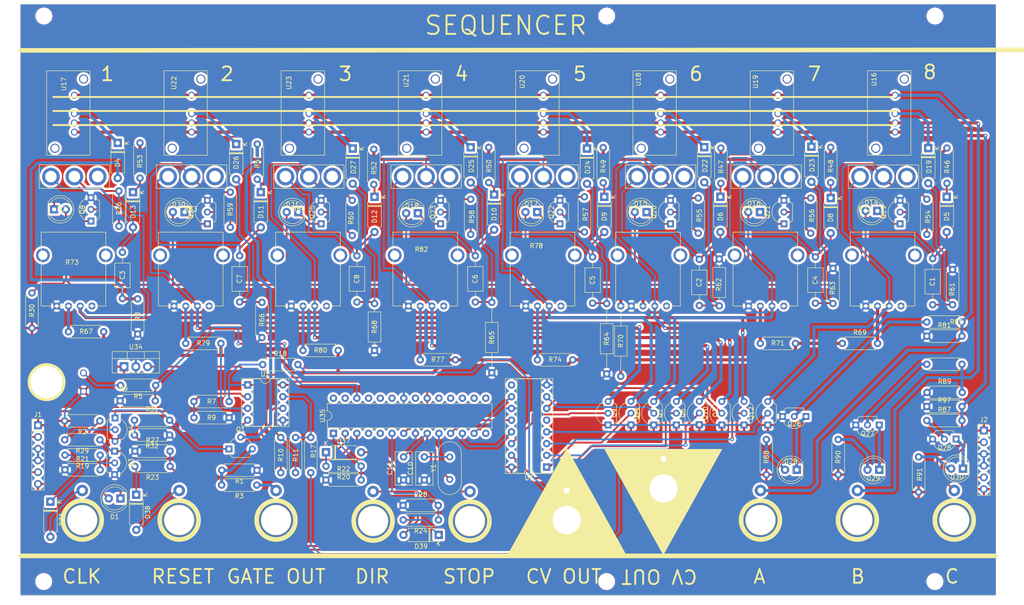
<source format=kicad_pcb>
(kicad_pcb (version 20221018) (generator pcbnew)
  (layers (0 "F.Cu" signal) (31 "B.Cu" signal) (34 "B.Paste" user) (35 "F.Paste" user) (36 "B.SilkS" user "B.Silkscreen") (37 "F.SilkS" user "F.Silkscreen") (38 "B.Mask" user) (39 "F.Mask" user) (44 "Edge.Cuts" user))
  (net 0 "")
  (net 1 "Net-(D19-A)")
  (net 2 "Net-(D5-A)")
  (net 3 "Net-(D22-A)")
  (net 4 "Net-(D6-A)")
  (net 5 "Net-(D4-A)")
  (net 6 "Net-(D13-A)")
  (net 7 "Net-(D23-A)")
  (net 8 "Net-(D8-A)")
  (net 9 "Net-(D24-A)")
  (net 10 "Net-(D9-A)")
  (net 11 "Net-(D25-A)")
  (net 12 "Net-(D10-A)")
  (net 13 "Net-(D26-A)")
  (net 14 "Net-(D11-A)")
  (net 15 "Net-(D27-A)")
  (net 16 "Net-(D12-A)")
  (net 17 "Net-(U35-XTAL2{slash}PB7)")
  (net 18 "Net-(U35-XTAL1{slash}PB6)")
  (net 19 "Net-(D36-K)")
  (net 20 "CLKIN")
  (net 21 "Net-(D37-K)")
  (net 22 "Net-(D4-K)")
  (net 23 "Net-(D5-K)")
  (net 24 "Net-(D6-K)")
  (net 25 "Net-(D7-K)")
  (net 26 "G")
  (net 27 "Net-(D8-K)")
  (net 28 "Net-(D9-K)")
  (net 29 "Net-(D10-K)")
  (net 30 "Net-(D11-K)")
  (net 31 "Net-(D12-K)")
  (net 32 "Net-(D13-K)")
  (net 33 "Net-(D14-K)")
  (net 34 "Net-(D15-K)")
  (net 35 "Net-(D16-K)")
  (net 36 "Net-(D17-K)")
  (net 37 "Net-(R81-Pad2)")
  (net 38 "Net-(R86-Pad2)")
  (net 39 "Net-(R87-Pad2)")
  (net 40 "Net-(D18-K)")
  (net 41 "Net-(D19-K)")
  (net 42 "Net-(D20-K)")
  (net 43 "Net-(D21-K)")
  (net 44 "Net-(D22-K)")
  (net 45 "Net-(D23-K)")
  (net 46 "Net-(D24-K)")
  (net 47 "Net-(D25-K)")
  (net 48 "Net-(D26-K)")
  (net 49 "Net-(D27-K)")
  (net 50 "Net-(D28-K)")
  (net 51 "Net-(D28-A)")
  (net 52 "Net-(D29-K)")
  (net 53 "Net-(D29-A)")
  (net 54 "Net-(D30-K)")
  (net 55 "Net-(D30-A)")
  (net 56 "Net-(D37-A)")
  (net 57 "Net-(R10-Pad2)")
  (net 58 "X")
  (net 59 "Net-(D38-K)")
  (net 60 "RSTIN")
  (net 61 "Net-(D39-K)")
  (net 62 "IN2")
  (net 63 "Net-(Q2-E)")
  (net 64 "Net-(Q8-B)")
  (net 65 "Net-(Q19-B)")
  (net 66 "Net-(R11-Pad1)")
  (net 67 "Net-(Q20-B)")
  (net 68 "GND")
  (net 69 "Net-(Q21-B)")
  (net 70 "Net-(Q22-B)")
  (net 71 "Net-(Q23-B)")
  (net 72 "Net-(Q24-B)")
  (net 73 "Net-(Q25-B)")
  (net 74 "Net-(Q26-B)")
  (net 75 "Net-(Q27-B)")
  (net 76 "Net-(Q28-B)")
  (net 77 "Net-(Q3-B)")
  (net 78 "CLKBUF")
  (net 79 "Net-(Q4-B)")
  (net 80 "Net-(Q5-E)")
  (net 81 "Net-(Q6-E)")
  (net 82 "Net-(Q7-E)")
  (net 83 "A6")
  (net 84 "A8")
  (net 85 "A1")
  (net 86 "A5")
  (net 87 "A7")
  (net 88 "A2")
  (net 89 "A4")
  (net 90 "A3")
  (net 91 "Net-(Q9-E)")
  (net 92 "Net-(Q10-E)")
  (net 93 "Net-(R73-S)")
  (net 94 "Net-(R72-S)")
  (net 95 "Net-(R75-S)")
  (net 96 "Net-(R76-S)")
  (net 98 "LED")
  (net 99 "+12V")
  (net 105 "Net-(R78-S)")
  (net 112 "Net-(R82-S)")
  (net 116 "Net-(R83-S)")
  (net 117 "-12V")
  (net 126 "Net-(Q11-E)")
  (net 127 "Net-(R84-S)")
  (net 137 "Net-(Q12-E)")
  (net 138 "Net-(R3-Pad1)")
  (net 139 "Net-(U35-PC3)")
  (net 140 "Net-(R5-Pad2)")
  (net 141 "Net-(R17-Pad2)")
  (net 142 "Net-(R18-Pad2)")
  (net 143 "IN1")
  (net 144 "Net-(U35-PD1)")
  (net 145 "Net-(U35-PD4)")
  (net 146 "Net-(U35-PD0)")
  (net 149 "S0")
  (net 150 "S2")
  (net 151 "S1")
  (net 152 "Net-(U34-VO)")
  (net 167 "Net-(U2A--)")
  (net 168 "Net-(U2B--)")
  (net 169 "Net-(Q1-S)")
  (net 170 "Net-(D1-K)")
  (net 171 "Net-(D1-A)")
  (footprint "Resistor_THT:R_Axial_DIN0207_L6.3mm_D2.5mm_P7.62mm_Horizontal" (layer "F.Cu") (at 66.202 123.714)
    (fp_text reference "R27")
    (fp_text value "100k")
  )
  (footprint "Resistor_THT:R_Axial_DIN0207_L6.3mm_D2.5mm_P7.62mm_Horizontal" (layer "F.Cu") (at 51.052 127.764)
    (fp_text reference "R21")
    (fp_text value "100k")
  )
  (footprint "Package_DIP:DIP-28_W7.62mm" (layer "F.Cu") (at 109.202 119.864 90)
    (fp_text reference "U35")
    (fp_text value "ATmega328-P")
  )
  (footprint "Resistor_THT:R_Axial_DIN0207_L6.3mm_D2.5mm_P7.62mm_Horizontal" (layer "F.Cu") (at 219.456 100.378)
    (fp_text reference "R69")
    (fp_text value "R")
  )
  (footprint "Diode_THT:D_A-405_P7.62mm_Horizontal" (layer "F.Cu") (at 144.018 68.12 -90)
    (fp_text reference "D10")
    (fp_text value "D")
  )
  (footprint "Resistor_THT:R_Axial_DIN0207_L6.3mm_D2.5mm_P7.62mm_Horizontal" (layer "F.Cu") (at 59.436 97.838 180)
    (fp_text reference "R67")
    (fp_text value "R")
  )
  (footprint "Resistor_THT:R_Axial_DIN0207_L6.3mm_D2.5mm_P7.62mm_Horizontal" (layer "F.Cu") (at 163.576 76.248 90)
    (fp_text reference "R57")
    (fp_text value "R")
  )
  (footprint "Package_TO_SOT_THT:TO-92L_Inline_Wide" (layer "F.Cu") (at 61.812 123.714 -90)
    (fp_text reference "Q3")
    (fp_text value "BC547")
  )
  (footprint "MountingHole:MountingHole_3.2mm_M3" (layer "F.Cu") (at 46.462 151.964)
    (fp_text reference "REF**" hide)
    (fp_text value "MountingHole_3.2mm_M3")
  )
  (footprint "Capacitor_THT:C_Axial_L5.1mm_D3.1mm_P10.00mm_Horizontal" (layer "F.Cu") (at 88.9 91.408 90)
    (fp_text reference "C7")
    (fp_text value "C")
  )
  (footprint "Diode_THT:D_A-405_P7.62mm_Horizontal" (layer "F.Cu") (at 212.7504 57.7568 -90)
    (fp_text reference "D23")
    (fp_text value "D")
  )
  (footprint "Resistor_THT:R_Axial_DIN0207_L6.3mm_D2.5mm_P7.62mm_Horizontal" (layer "F.Cu") (at 235.966 124.962 -90)
    (fp_text reference "R91")
    (fp_text value "R")
  )
  (footprint "Capacitor_THT:C_Axial_L5.1mm_D3.1mm_P10.00mm_Horizontal" (layer "F.Cu") (at 114.3 91.408 90)
    (fp_text reference "C8")
    (fp_text value "C")
  )
  (footprint "Capacitor_THT:C_Axial_L5.1mm_D3.1mm_P10.00mm_Horizontal" (layer "F.Cu") (at 63.5 90.646 90)
    (fp_text reference "C3")
    (fp_text value "C")
  )
  (footprint "Diode_THT:D_A-405_P7.62mm_Horizontal" (layer "F.Cu") (at 167.894 68.628 -90)
    (fp_text reference "D9")
    (fp_text value "D")
  )
  (footprint "Capacitor_THT:C_Axial_L5.1mm_D3.1mm_P10.00mm_Horizontal" (layer "F.Cu") (at 239.014 91.996 90)
    (fp_text reference "C1")
    (fp_text value "C")
  )
  (footprint "Library:aux_flush" (layer "F.Cu") (at 180.7 131.8 -90)
    (fp_text reference "U7" hide)
    (fp_text value "Aux_flush")
  )
  (footprint "Resistor_THT:R_Axial_DIN0207_L6.3mm_D2.5mm_P7.62mm_Horizontal" (layer "F.Cu") (at 237.744 114.04)
    (fp_text reference "R97")
    (fp_text value "R")
  )
  (footprint "Package_TO_SOT_THT:TO-92_Inline_Wide" (layer "F.Cu") (at 182.224 74.47 90)
    (fp_text reference "Q20")
    (fp_text value "BC547")
  )
  (footprint "Package_TO_SOT_THT:TO-92_Inline_Wide" (layer "F.Cu") (at 188.46 118 90)
    (fp_text reference "Q6")
    (fp_text value "BC547")
  )
  (footprint "Resistor_THT:R_Axial_DIN0207_L6.3mm_D2.5mm_P7.62mm_Horizontal" (layer "F.Cu") (at 237.744 95.752)
    (fp_text reference "R85")
    (fp_text value "R")
  )
  (footprint "Resistor_THT:R_Axial_DIN0207_L6.3mm_D2.5mm_P7.62mm_Horizontal" (layer "F.Cu") (at 97.802 120.764 -90)
    (fp_text reference "R10")
    (fp_text value "R")
  )
  (footprint "LED_THT:LED_D5.0mm" (layer "F.Cu") (at 201.612 71.93 180)
    (fp_text reference "D16")
    (fp_text value "LED")
  )
  (footprint "pretties:AlpsPot" (layer "F.Cu") (at 150.876 92.279)
    (fp_text reference "R78")
    (fp_text value "AlpsPot")
  )
  (footprint "Package_TO_SOT_THT:TO-220-3_Vertical" (layer "F.Cu") (at 63.862 105.409)
    (fp_text reference "U34")
    (fp_text value "LM7805_TO220")
  )
  (footprint "Diode_THT:D_A-405_P7.62mm_Horizontal" (layer "F.Cu") (at 189.5348 57.8584 -90)
    (fp_text reference "D22")
    (fp_text value "D")
  )
  (footprint "pretties:AlpsPot" (layer "F.Cu") (at 74.676 92.279)
    (fp_text reference "R83")
    (fp_text value "AlpsPot")
  )
  (footprint "LED_THT:LED_D5.0mm" (layer "F.Cu") (at 101.61 71.93 180)
    (fp_text reference "D21")
    (fp_text value "LED")
  )
  (footprint "LED_THT:LED_D5.0mm" (layer "F.Cu") (at 227.445 127.764 180)
    (fp_text reference "D29")
    (fp_text value "LED")
  )
  (footprint "Library:SP3T" (layer "F.Cu") (at 180.086 51.61 90)
    (fp_text reference "U18")
    (fp_text value "SP3T")
  )
  (footprint "pretties:AlpsPot" (layer "F.Cu") (at 199.136 92.279)
    (fp_text reference "R76")
    (fp_text value "AlpsPot")
  )
  (footprint "pretties:AlpsPot" (layer "F.Cu") (at 224.536 92.279)
    (fp_text reference "R72")
    (fp_text value "AlpsPot")
  )
  (footprint "Connector_PinHeader_2.54mm:PinHeader_1x06_P2.54mm_Vertical" (layer "F.Cu") (at 250.102 119.244)
    (fp_text reference "J2")
    (fp_text value "Conn_01x06_Male")
  )
  (footprint "Package_TO_SOT_THT:TO-92_Inline_Wide" (layer "F.Cu") (at 203.3 118.04 90)
    (fp_text reference "Q12")
    (fp_text value "BC547")
  )
  (footprint "Package_TO_SOT_THT:TO-92_Inline_Wide" (layer "F.Cu") (at 193.34 118.04 90)
    (fp_text reference "Q10")
    (fp_text value "BC547")
  )
  (footprint "Resistor_THT:R_Axial_DIN0207_L6.3mm_D2.5mm_P7.62mm_Horizontal" (layer "F.Cu") (at 203 121.19 -90)
    (fp_text reference "R88")
    (fp_text value "R")
  )
  (footprint "Package_TO_SOT_THT:TO-92_Inline_Wide" (layer "F.Cu") (at 198.16 118.04 90)
    (fp_text reference "Q2")
    (fp_text value "BC547")
  )
  (footprint "Resistor_THT:R_Axial_DIN0207_L6.3mm_D2.5mm_P15.24mm_Horizontal" (layer "F.Cu") (at 168.402 106.982 90)
    (fp_text reference "R64")
    (fp_text value "R")
  )
  (footprint "Package_TO_SOT_THT:TO-92_Inline_Wide" (layer "F.Cu") (at 183.5 118.04 90)
    (fp_text reference "Q7")
    (fp_text value "BC547")
  )
  (footprint "Package_DIP:DIP-8_W7.62mm_Socket" (layer "F.Cu") (at 90.63 109.37)
    (fp_text reference "U2")
    (fp_text value "TL072")
  )
  (footprint "Library:SP3T" (layer "F.Cu") (at 53.086 51.61 90)
    (fp_text reference "U17")
    (fp_text value "SP3T")
  )
  (footprint "Resistor_THT:R_Axial_DIN0207_L6.3mm_D2.5mm_P7.62mm_Horizontal" (layer "F.Cu") (at 117.9576 58.3156 -90)
    (fp_text reference "R52")
    (fp_text value "R")
  )
  (footprint "Library:Switch" (layer "F.Cu") (at 103.886 66.783796)
    (fp_text reference "U14" hide)
    (fp_text value "Switch")
  )
  (footprint "Resistor_THT:R_Axial_DIN0207_L6.3mm_D2.5mm_P7.62mm_Horizontal" (layer "F.Cu") (at 93.726 99.108 90)
    (fp_text reference "R66")
    (fp_text value "R")
  )
  (footprint "Resistor_THT:R_Axial_DIN0207_L6.3mm_D2.5mm_P7.62mm_Horizontal" (layer "F.Cu") (at 67.31 56.944 -90)
    (fp_text reference "R53")
    (fp_text value "R")
  )
  (footprint "Resistor_THT:R_Axial_DIN0207_L6.3mm_D2.5mm_P7.62mm_Horizontal" (layer "F.Cu") (at 237.79 111)
    (fp_text reference "R89")
    (fp_text value "R")
  )
  (footprint "Package_TO_SOT_THT:TO-92_Wide" (layer "F.Cu") (at 86.562 123.234)
    (fp_text reference "Q1")
    (fp_text value "NDT3055L")
  )
  (footprint "Resistor_THT:R_Axial_DIN0207_L6.3mm_D2.5mm_P7.62mm_Horizontal" (layer "F.Cu") (at 110.236 101.902 180)
    (fp_text reference "R80")
    (fp_text value "R")
  )
  (footprint "Resistor_THT:R_Axial_DIN0207_L6.3mm_D2.5mm_P7.62mm_Horizontal" (layer "F.Cu") (at 63.002 112.814)
    (fp_text reference "R6")
    (fp_text value "100k")
  )
  (footprint "Diode_THT:D_A-405_P7.62mm_Horizontal" (layer "F.Cu") (at 107.592 123.964)
    (fp_text reference "D37")
    (fp_text value "D")
  )
  (footprint "Resistor_THT:R_Axial_DIN0207_L6.3mm_D2.5mm_P7.62mm_Horizontal" (layer "F.Cu") (at 62.738 74.978 90)
    (fp_text reference "R26")
    (fp_text value "R")
  )
  (footprint "Diode_THT:D_A-405_P7.62mm_Horizontal" (layer "F.Cu") (at 193.04 68.628 -90)
    (fp_text reference "D6")
    (fp_text value "D")
  )
  (footprint "Resistor_THT:R_Axial_DIN0207_L6.3mm_D2.5mm_P7.62mm_Horizontal" (layer "F.Cu") (at 142.8496 57.9092 -90)
    (fp_text reference "R50")
    (fp_text value "R")
  )
  (footprint "Resistor_THT:R_Axial_DIN0207_L6.3mm_D2.5mm_P7.62mm_Horizontal" (layer "F.Cu") (at 73.722 120.214 180)
    (fp_text reference "R32")
    (fp_text value "100k")
  )
  (footprint "LED_THT:LED_D5.0mm" (layer "F.Cu") (at 76.967 71.93 180)
    (fp_text reference "D20")
    (fp_text value "LED")
  )
  (footprint "Package_DIP:DIP-16_W7.62mm_Socket" (layer "F.Cu") (at 155.402 127.164 180)
    (fp_text reference "U1")
    (fp_text value "4028")
  )
  (footprint "LED_THT:LED_D5.0mm" (layer "F.Cu") (at 153.352 71.93 180)
    (fp_text reference "D17")
    (fp_text value "LED")
  )
  (footprint "Capacitor_THT:C_Rect_L7.0mm_W3.5mm_P5.00mm" (layer "F.Cu") (at 124.402 129.964 90)
    (fp_text reference "C11")
    (fp_text value "C")
  )
  (footprint "Resistor_THT:R_Axial_DIN0207_L6.3mm_D2.5mm_P7.62mm_Horizontal" (layer "F.Cu") (at 93.892 104.964)
    (fp_text reference "R18")
    (fp_text value "R")
  )
  (footprint "Resistor_THT:R_Axial_DIN0207_L6.3mm_D2.5mm_P7.62mm_Horizontal" (layer "F.Cu") (at 193.1416 58.0616 -90)
    (fp_text reference "R47")
    (fp_text value "R")
  )
  (footprint "Library:Switch" (layer "F.Cu") (at 228.357887 66.8)
    (fp_text reference "U8" hide)
    (fp_text value "Switch")
  )
  (footprint "pretties:AlpsPot" (layer "F.Cu") (at 100.076 92.279)
    (fp_text reference "R84")
    (fp_text value "AlpsPot")
  )
  (footprint "Diode_THT:D_A-405_P7.62mm_Horizontal" (layer "F.Cu") (at 93.472 67.612 -90)
    (fp_text reference "D11")
    (fp_text value "D")
  )
  (footprint "Library:aux_flush" (layer "F.Cu") (at 159.73983 138.63765 -90)
    (fp_text reference "U6" hide)
    (fp_text value "Aux_flush")
  )
  (footprint "Resistor_THT:R_Axial_DIN0207_L6.3mm_D2.5mm_P7.62mm_Horizontal" (layer "F.Cu") (at 78.992 112.964)
    (fp_text reference "R7")
    (fp_text value "R")
  )
  (footprint "Library:SP3T" (layer "F.Cu") (at 154.686 51.61 90)
    (fp_text reference "U20")
    (fp_text value "SP3T")
  )
  (footprint "Package_TO_SOT_THT:TO-92_Inline_Wide" (layer "F.Cu") (at 211.58 116.2 180)
    (fp_text reference "Q26")
    (fp_text value "BC547")
  )
  (footprint "Library:aux_flush" (layer "F.Cu") (at 75.787966 138.63765 -90)
    (fp_text reference "U32" hide)
    (fp_text value "Aux_flush")
  )
  (footprint "Diode_THT:D_A-405_P7.62mm_Horizontal" (layer "F.Cu") (at 113.3856 58.1632 -90)
    (fp_text reference "D27")
    (fp_text value "D")
  )
  (footprint "Resistor_THT:R_Axial_DIN0207_L6.3mm_D2.5mm_P7.62mm_Horizontal" (layer "F.Cu") (at 58.622 121.264 180)
    (fp_text reference "R29")
    (fp_text value "10k")
  )
  (footprint "LED_THT:LED_D5.0mm" (layer "F.Cu") (at 227.0252 71.676 180)
    (fp_text reference "D14")
    (fp_text value "LED")
  )
  (footprint "Resistor_THT:R_Axial_DIN0207_L6.3mm_D2.5mm_P7.62mm_Horizontal" (layer "F.Cu") (at 242.1128 58.0616 -90)
    (fp_text reference "R46")
    (fp_text value "R")
  )
  (footprint "Library:Switch" (layer "F.Cu") (at 53.086 66.783796)
    (fp_text reference "U15" hide)
    (fp_text value "Switch")
  )
  (footprint "MountingHole:MountingHole_3.2mm_M3" (layer "F.Cu") (at 168.402 29.464)
    (fp_text reference "REF**" hide)
    (fp_text value "MountingHole_3.2mm_M3")
  )
  (footprint "Diode_THT:D_A-405_P7.62mm_Horizontal" (layer "F.Cu") (at 216.916 68.882 -90)
    (fp_text reference "D8")
    (fp_text value "D")
  )
  (footprint "Capacitor_THT:C_Rect_L7.0mm_W3.5mm_P5.00mm" (layer "F.Cu") (at 128.902 129.964 90)
    (fp_text reference "C10")
    (fp_text value "C")
  )
  (footprint "Library:Push_Flush" (layer "F.Cu") (at 47.079776 108.764 180)
    (fp_text reference "SW2" hide)
    (fp_text value "SW_Push")
  )
  (footprint "Library:aux_flush" (layer "F.Cu") (at 243.6917 138.63765 -90)
    (fp_text reference "U26" hide)
    (fp_text value "Aux_flush")
  )
  (footprint "Library:aux_flush" (layer "F.Cu") (at 96.775932 138.63765 -90)
    (fp_text reference "U4" hide)
    (fp_text value "Aux_flush")
  )
  (footprint "Resistor_THT:R_Axial_DIN0207_L6.3mm_D2.5mm_P7.62mm_Horizontal" (layer "F.Cu") (at 84.836 100.378 180)
    (fp_text reference "R79")
    (fp_text value "R")
  )
  (footprint "Resistor_THT:R_Axial_DIN0207_L6.3mm_D2.5mm_P7.62mm_Horizontal" (layer "F.Cu") (at 107.592 129.964)
    (fp_text reference "R22")
    (fp_text value "100k")
  )
  (footprint "Resistor_THT:R_Axial_DIN0207_L6.3mm_D2.5mm_P7.62mm_Horizontal" (layer "F.Cu") (at 86.612 116.464 180)
    (fp_text reference "R9")
    (fp_text value "R")
  )
  (footprint "Resistor_THT:R_Axial_DIN0207_L6.3mm_D2.5mm_P7.62mm_Horizontal" (layer "F.Cu") (at 167.64 57.96 -90)
    (fp_text reference "R49")
    (fp_text value "R")
  )
  (footprint "Library:aux_flush" (layer "F.Cu") (at 201.715762 138.63765 -90)
    (fp_text reference "U24" hide)
    (fp_text value "Aux_flush")
  )
  (footprint "pretties:AlpsPot" (layer "F.Cu") (at 49.276 92.279)
    (fp_text reference "R73")
    (fp_text value "AlpsPot")
  )
  (footprint "Diode_THT:D_A-405_P7.62mm_Horizontal" (layer "F.Cu") (at 66.502 133.154 -90)
    (fp_text reference "D38")
    (fp_text value "D")
  )
  (footprint "Resistor_THT:R_Axial_DIN0207_L6.3mm_D2.5mm_P7.62mm_Horizontal" (layer "F.Cu") (at 115.212 126.964 180)
    (fp_text reference "R20")
    (fp_text value "100k")
  )
  (footprint "Package_TO_SOT_THT:TO-92_Inline_Wide" (layer "F.Cu") (at 178.6 118.04 90)
    (fp_text reference "Q11")
    (fp_text value "BC547")
  )
  (footprint "Diode_THT:D_A-405_P7.62mm_Horizontal" (layer "F.Cu") (at 132.002 141.864 180)
    (fp_text reference "D39")
    (fp_text value "D")
  )
  (footprint "Package_TO_SOT_THT:TO-92_Inline_Wide" (layer "F.Cu") (at 106.542 74.47 90)
    (fp_text reference "Q25")
    (fp_text value "BC547")
  )
  (footprint "Resistor_THT:R_Axial_DIN0207_L6.3mm_D2.5mm_P7.62mm_Horizontal" (layer "F.Cu") (at 124.292 135.464)
    (fp_text reference "R28")
    (fp_text value "100k")
  )
  (footprint "Resistor_THT:R_Axial_DIN0207_L6.3mm_D2.5mm_P10.16mm_Horizontal" (layer "F.Cu") (at 192.786 82.09 -90)
    (fp_text reference "R62")
    (fp_text value "R")
  )
  (footprint "Package_TO_SOT_THT:TO-92_Inline_Wide" (layer "F.Cu") (at 231.9572 74.47 90)
    (fp_text reference "Q19")
    (fp_text value "BC547")
  )
  (footprint "Resistor_THT:R_Axial_DIN0207_L6.3mm_D2.5mm_P7.62mm_Horizontal" (layer "F.Cu") (at 73.822 127.014 180)
    (fp_text reference "R23")
    (fp_text value "100k")
  )
  (footprint "MountingHole:MountingHole_3.2mm_M3" (layer "F.Cu") (at 239.522 29.464)
    (fp_text reference "REF**" hide)
    (fp_text value "MountingHole_3.2mm_M3")
  )
  (footprint "LED_THT:LED_D5.0mm" (layer "F.Cu") (at 48.704 71.343)
    (fp_text reference "D7")
    (fp_text value "LED")
  )
  (footprint "Resistor_THT:R_Axial_DIN0207_L6.3mm_D2.5mm_P7.62mm_Horizontal" (layer "F.Cu") (at 237.744 117.088)
    (fp_text reference "R87")
    (fp_text value "R")
  )
  (footprint "Resistor_THT:R_Axial_DIN0207_L6.3mm_D2.5mm_P7.62mm_Horizontal" (layer "F.Cu") (at 216.916 57.9092 -90)
    (fp_text reference "R48")
    (fp_text value "R")
  )
  (footprint "Diode_THT:D_A-405_P7.62mm_Horizontal" (layer "F.Cu") (at 65.786 67.612 -90)
    (fp_text reference "D13")
    (fp_text value "D")
  )
  (footprint "LED_THT:LED_D5.0mm" (layer "F.Cu") (at 63.077 133.964 180)
    (fp_text reference "D1")
    (fp_text value "LED")
  )
  (footprint "LED_THT:LED_D5.0mm" (layer "F.Cu") (at 209.577 127.764 180)
    (fp_text reference "D28")
    (fp_text value "LED")
  )
  (footprint "Library:Switch" (layer "F.Cu") (at 129.286 66.783796)
    (fp_text reference "U12" hide)
    (fp_text value "Switch")
  )
  (footprint "Resistor_THT:R_Axial_DIN0207_L6.3mm_D2.5mm_P7.62mm_Horizontal" (layer "F.Cu") (at 237.744 104.896)
    (fp_text reference "R86" hide)
    (fp_text value "R")
  )
  (footprint "Package_TO_SOT_THT:TO-92_Inline_Wide" (layer "F.Cu") (at 81.894 74.47 90)
    (fp_text reference "Q24")
    (fp_text value "BC547")
  )
  (footprint "Resistor_THT:R_Axial_DIN0207_L6.3mm_D2.5mm_P7.62mm_Horizontal" (layer "F.Cu") (at 58.612 117.164 180)
    (fp_text reference "R2")
    (fp_text value "100k")
  )
  (footprint "pretties:AlpsPot" (layer "F.Cu") (at 173.736 92.279)
    (fp_text reference "R75")
    (fp_text value "AlpsPot")
  )
  (footprint "Resistor_THT:R_Axial_DIN0207_L6.3mm_D2.5mm_P7.62mm_Horizontal" (layer "F.Cu") (at 131.942 138.614 180)
    (fp_text reference "R24")
    (fp_text value "100k")
  )
  (footprint "MountingHole:MountingHole_3.2mm_M3" (layer "F.Cu") (at 168.382 151.964)
    (fp_text reference "REF**" hide)
    (fp_text value "MountingHole_3.2mm_M3")
  )
  (footprint "Package_TO_SOT_THT:TO-92_Inline_Wide" (layer "F.Cu") (at 132.425 74.47 90)
    (fp_text reference "Q23")
    (fp_text value "BC547")
  )
  (footprint "Package_TO_SOT_THT:TO-92_Inline_Wide" (layer "F.Cu") (at 173.66 118.02 90)
    (fp_text reference "Q9")
    (fp_text value "BC547")
  )
  (footprint "Connector_PinHeader_2.54mm:PinHeader_1x06_P2.54mm_Vertical" (layer "F.Cu") (at 45.212 118.11)
    (fp_text reference "J1")
    (fp_text value "Conn_01x06_Male")
  )
  (footprint "Library:aux_flush" (layer "F.Cu") (at 117.802 138.864 -90)
    (fp_text reference "U33" hide)
    (fp_text value "Aux_flush")
  )
  (footprint "Diode_THT:D_A-405_P7.62mm_Horizontal" (layer "F.Cu") (at 118.11 68.628 -90)
    (fp_text reference "D12")
    (fp_text value "D")
  )
  (footprint "Resistor_THT:R_Axial_DIN0207_L6.3mm_D2.5mm_P7.62mm_Horizontal" (layer "F.Cu") (at 92.612 131.064 180)
    (fp_text reference "R3")
    (fp_text value "R")
  )
  (footprint "Library:Switch" (layer "F.Cu") (at 202.946 66.783796)
    (fp_text reference "U10" hide)
    (fp_text value "Switch")
  )
  (footprint "Resistor_THT:R_Axial_DIN0207_L6.3mm_D2.5mm_P7.62mm_Horizontal" (layer "F.Cu") (at 43.902 89.454 -90)
    (fp_text reference "R30")
    (fp_text value "R")
  )
  (footprint "Diode_THT:D_A-405_P7.62mm_Horizontal" (layer "F.Cu") (at 242.062 68.628 -90)
    (fp_text reference "D5")
    (fp_text value "D")
  )
  (footprint "Resistor_THT:R_Axial_DIN0207_L6.3mm_D2.5mm_P7.62mm_Horizontal" (layer "F.Cu") (at 66.802 98.346 90)
    (fp_text reference "R8")
    (fp_text value "R")
  )
  (footprint "Package_TO_SOT_THT:TO-92_Inline_Wide" (layer "F.Cu") (at 56.684 73.883 90)
    (fp_text reference "Q8")
    (fp_text value "BC547")
  )
  (footprint "LED_THT:LED_D5.0mm" (layer "F.Cu") (at 127.508 72.184 180)
    (fp_text reference "D18")
    (fp_text value "LED")
  )
  (footprint "Resistor_THT:R_Axial_DIN0207_L6.3mm_D2.5mm_P7.62mm_Horizontal" (layer "F.Cu") (at 58.672 124.564 180)
    (fp_text reference "R19")
    (fp_text value "100k")
  )
  (footprint "Package_TO_SOT_THT:TO-92_Inline_Wide" (layer "F.Cu") (at 168.7 118.04 90)
    (fp_text reference "Q5")
    (fp_text value "BC547")
  )
  (footprint "Resistor_THT:R_Axial_DIN0207_L6.3mm_D2.5mm_P7.62mm_Horizontal" (layer "F.Cu") (at 66.102 117.014)
    (fp_text reference "R31")
    (fp_text value "100k")
  )
  (footprint "Library:SP3T" (layer "F.Cu") (at 129.286 51.61 90)
    (fp_text reference "U21")
    (fp_text value "SP3T")
  )
  (footprint "Library:aux_flush" (layer "F.Cu") (at 54.8 138.63765 -90)
    (fp_text reference "U30" hide)
    (fp_text value "Aux_flush")
  )
  (footprint "Resistor_THT:R_Axial_DIN0207_L6.3mm_D2.5mm_P7.62mm_Horizontal" (layer "F.Cu") (at 70.712 109.464 180)
    (fp_text reference "R5")
    (fp_text value "100k")
  )
  (footprint "Library:Switch" (layer "F.Cu") (at 180.086 66.783796)
    (fp_text reference "U9" hide)
    (fp_text value "Switch")
  )
  (footprint "pretties:AlpsPot" (layer "F.Cu") (at 125.476 92.279)
    (fp_text reference "R82")
    (fp_text value "AlpsPot")
  )
  (footprint "Crystal:Crystal_HC49-4H_Vertical" (layer "F.Cu") (at 134.402 129.844 90)
    (fp_text reference "Y1")
    (fp_text value "Crystal")
  )
  (footprint "Resistor_THT:R_Axial_DIN0207_L6.3mm_D2.5mm_P15.24mm_Horizontal" (layer "F.Cu") (at 143.51 106.728 90)
    (fp_text reference "R65")
    (fp_text value "R")
  )
  (footprint "Resistor_THT:R_Axial_DIN0207_L6.3mm_D2.5mm_P15.24mm_Horizontal" (layer "F.Cu") (at 171.45 107.49 90)
    (fp_text reference "R70")
    (fp_text value "R")
  )
  (footprint "Resistor_THT:R_Axial_DIN0207_L6.3mm_D2.5mm_P7.62mm_Horizontal" (layer "F.Cu") (at 237.744 76.756 90)
    (fp_text reference "R54")
    (fp_text value "R")
  )
  (footprint "Library:SP3T" (layer "F.Cu") (at 230.886 51.61 90)
    (fp_text reference "U16")
    (fp_text value "SP3T")
  )
  (footprint "Diode_THT:D_A-405_P7.62mm_Horizontal" (layer "F.Cu") (at 47.902 134.654 -90)
    (fp_text reference "D36")
    (fp_text value "D")
  )
  (footprint "Resistor_THT:R_Axial_DIN0207_L6.3mm_D2.5mm_P7.62mm_Horizontal" (layer "F.Cu") (at 188.214 76.502 90)
    (fp_text reference "R55")
    (fp_text value "R")
  )
  (footprint "Resistor_THT:R_Axial_DIN0207_L6.3mm_D2.5mm_P7.62mm_Horizontal" (layer "F.Cu") (at 135.636 103.934 180)
    (fp_text reference "R77")
    (fp_text value "R")
  )
  (footprint "Diode_THT:D_A-405_P7.62mm_Horizontal" (layer "F.Cu") (at 88.138 57.198 -90)
    (fp_text reference "D26")
    (fp_text value "D")
  )
  (footprint "Package_TO_SOT_THT:TO-92_Inline_Wide" (layer "F.Cu") (at 244.094 121.1 180)
    (fp_text reference "Q28")
    (fp_text value "BC547")
  )
  (footprint "Resistor_THT:R_Axial_DIN0207_L6.3mm_D2.5mm_P7.62mm_Horizontal" (layer "F.Cu") (at 86.868 75.232 90)
    (fp_text reference "R59")
    (fp_text value "R")
  )
  (footprint "Resistor_THT:R_Axial_DIN0207_L6.3mm_D2.5mm_P7.62mm_Horizontal" (layer "F.Cu") (at 92.66 127.85 180)
    (fp_text reference "R1")
    (fp_text value "R")
  )
  (footprint "MountingHole:MountingHole_3.2mm_M3" (layer "F.Cu") (at 46.482 29.464)
    (fp_text reference "REF**" hide)
    (fp_text value "MountingHole_3.2mm_M3")
  )
  (footprint "Resistor_THT:R_Axial_DIN0207_L6.3mm_D2.5mm_P7.62mm_Horizontal" (layer "F.Cu") (at 92.71 57.198 -90)
    (fp_text reference "R51")
    (fp_text value "R")
  )
  (footprint "Library:Switch" (layer "F.Cu") (at 78.486 66.783796)
    (fp_text reference "U13" hide)
    (fp_text value "Switch")
  )
  (footprint "Library:SP3T" (layer "F.Cu") (at 103.886 51.61 90)
    (fp_text reference "U23")
    (fp_text value "SP3T")
  )
  (footprint "Resistor_THT:R_Axial_DIN0207_L6.3mm_D2.5mm_P7.62mm_Horizontal" (layer "F.Cu") (at 138.938 76.756 90)
    (fp_text reference "R58")
    (fp_text value "R")
  )
  (footprint "LED_THT:LED_D5.0mm" (layer "F.Cu") (at 245.575 127.5 180)
    (fp_text reference "D30")
    (fp_text value "LED")
  )
  (footprint "Library:Switch" (layer "F.Cu") (at 154.686 66.783796)
    (fp_text reference "U11" hide)
    (fp_text value "Switch")
  )
  (footprint "Resistor_THT:R_Axial_DIN0207_L6.3mm_D2.5mm_P7.62mm_Horizontal" (layer "F.Cu") (at 161.036 103.934 180)
    (fp_text reference "R74")
    (fp_text value "R")
  )
  (footprint "Library:aux_flush" (layer "F.Cu") (at 138.789966 138.864 -90)
    (fp_text reference "U31" hide)
    (fp_text value "Aux_flush")
  )
  (footprint "Capacitor_THT:C_Axial_L5.1mm_D3.1mm_P10.00mm_Horizontal" (layer "F.Cu") (at 213.614 91.662 90)
    (fp_text reference "C4")
    (fp_text value "C")
  )
  (footprint "Resistor_THT:R_Axial_DIN0207_L6.3mm_D2.5mm_P7.62mm_Horizontal" (layer "F.Cu") (at 104.302 120.754 -90)
    (fp_text reference "R17")
    (fp_text value "R")
  )
  (footprint "Package_TO_SOT_THT:TO-92_Inline_Wide" (layer "F.Cu") (at 158.284 74.47 90)
    (fp_text reference "Q22")
    (fp_text value "BC547")
  )
  (footprint "Resistor_THT:R_Axial_DIN0207_L6.3mm_D2.5mm_P7.62mm_Horizontal" (layer "F.Cu") (at 101.002 120.764 -90)
    (fp_text reference "R11")
    (fp_text value "R")
  )
  (footprint "Resistor_THT:R_Axial_DIN0207_L6.3mm_D2.5mm_P10.16mm_Horizontal" (layer "F.Cu") (at 118.11 101.902 90)
    (fp_text reference "R68")
    (fp_text value "R")
  )
  (footprint "Resistor_THT:R_Axial_DIN0207_L6.3mm_D2.5mm_P7.62mm_Horizontal" (layer "F.Cu") (at 217.424 84.122 -90)
    (fp_text reference "R63")
    (fp_text value "R")
  )
  (footprint "Diode_THT:D_A-405_P7.62mm_Horizontal" (layer "F.Cu") (at 62.484 56.944 -90)
    (fp_text reference "D4")
    (fp_text value "D")
  )
  (footprint "MountingHole:MountingHole_3.2mm_M3" (layer "F.Cu") (at 239.502 151.964)
    (fp_text reference "REF**" hide)
    (fp_text value "MountingHole_3.2mm_M3")
  )
  (footprint "Resistor_THT:R_Axial_DIN0207_L6.3mm_D2.5mm_P7.62mm_Horizontal" (layer "F.Cu") (at 113.284 77.01 90)
    (fp_text reference "R60")
    (fp_text value "R")
  )
  (footprint "Package_TO_SOT_THT:TO-92_Inline_Wide" (layer "F.Cu") (at 206.798 74.47 90)
    (fp_text reference "Q21")
    (fp_text value "BC547")
  )
  (footprint "Diode_THT:D_A-405_P7.62mm_Horizontal" (layer "F.Cu") (at 238.0488 58.0616 -90)
    (fp_text reference "D19")
    (fp_text value "D")
  )
  (footprint "Library:SP3T" (layer "F.Cu") (at 205.486 51.61 90)
    (fp_text reference "U19")
    (fp_text value "SP3T")
  )
  (footprint "Package_TO_SOT_THT:TO-92_Inline_Wide" (layer "F.Cu") (at 227.44 118.04 180)
    (fp_text reference "Q27")
    (fp_text value "BC547")
  )
  (footprint "Diode_THT:D_A-405_P7.62mm_Horizontal" (layer "F.Cu") (at 138.938 57.9092 -90)
    (fp_text reference "D25")
    (fp_text value "D")
  )
  (footprint "Diode_THT:D_A-405_P7.62mm_Horizontal" (layer "F.Cu") (at 164.1348 58.1632 -90)
    (fp_text reference "D24")
    (fp_text value "D")
  )
  (footprint "Capacitor_THT:C_Axial_L5.1mm_D3.1mm_P10.00mm_Horizontal" (layer "F.Cu") (at 139.954 91.408 90)
    (fp_text reference "C6")
    (fp_text value "C")
  )
  (footprint "Package_TO_SOT_THT:TO-92L_Inline_Wide" (layer "F.Cu") (at 61.912 116.524 -90)
    (fp_text reference "Q4")
    (fp_text value "BC557")
  )
  (footprint "Resistor_THT:R_Axial_DIN0207_L6.3mm_D2.5mm_P7.62mm_Horizontal" (layer "F.Cu") (at 209.296 100.378 180)
    (fp_text reference "R71")
    (fp_text value "R")
  )
  (footprint "Resistor_THT:R_Axial_DIN0207_L6.3mm_D2.5mm_P7.62mm_Horizontal" (layer "F.Cu") (at 243.332 84.376 -90)
    (fp_text reference "R61")
    (fp_text value "R")
  )
  (footprint "Resistor_THT:R_Axial_DIN0207_L6.3mm_D2.5mm_P7.62mm_Horizontal" (layer "F.Cu") (at 212.598 76.502 90)
    (fp_text reference "R56")
    (fp_text value "R")
  )
  (footprint "Library:aux_flush" (layer "F.Cu") (at 222.703728 138.63765 -90)
    (fp_text reference "U25" hide)
    (fp_text value "Aux_flush")
  )
  (footprint "Resistor_THT:R_Axial_DIN0207_L6.3mm_D2.5mm_P7.62mm_Horizontal" (layer "F.Cu") (at 237.744 98.8)
    (fp_text reference "R81")
    (fp_text value "R")
  )
  (footprint "Library:SP3T" (layer "F.Cu") (at 78.486 51.61 90)
    (fp_text reference "U22")
    (fp_text value "SP3T")
  )
  (footprint "Resistor_THT:R_Axial_DIN0207_L6.3mm_D2.5mm_P7.62mm_Horizontal" (layer "F.Cu") (at 218.55 121.194 -90)
    (fp_text reference "R90")
    (fp_text value "R")
  )
  (footprint "Capacitor_THT:C_Axial_L5.1mm_D3.1mm_P10.00mm_Horizontal" (layer "F.Cu") (at 188.468 92.17 90)
    (fp_text reference "C2")
    (fp_text value "C")
  )
  (footprint "Capacitor_THT:C_Axial_L5.1mm_D3.1mm_P10.00mm_Horizontal" (layer "F.Cu") (at 165.354 91.662 90)
    (fp_text reference "C5")
    (fp_text value "C")
  )
  (footprint "LED_THT:LED_D5.0mm" (layer "F.Cu") (at 177.038 71.93 180)
    (fp_text reference "D15")
    (fp_text value "LED")
  )
  (gr_line (start 230.886 46.99) (end 48.514 46.99) (stroke (width 0.4)) (layer "F.SilkS"))
  (gr_poly (pts (xy 167.96283 123.306905) (xy 193.36283 123.306905) (xy 180.66283 146.166905)) (stroke (width 0.1)) (fill solid) (layer "F.SilkS"))
  (gr_poly (pts (xy 172.47952 145.983135) (xy 147.07952 145.983135) (xy 159.77952 123.123135)) (stroke (width 0.1)) (fill solid) (layer "F.SilkS"))
  (gr_line (start 41.4 146.4) (end 252.7 146.4) (stroke (width 1)) (layer "F.SilkS"))
  (gr_line (start 231.14 53.086) (end 48.514 53.086) (stroke (width 0.4)) (layer "F.SilkS"))
  (gr_line (start 41.4 36.9) (end 258.3 36.8) (stroke (width 1)) (layer "F.SilkS"))
  (gr_line (start 231.14 50.038) (end 48.514 50.038) (stroke (width 0.4)) (layer "F.SilkS"))
  (gr_rect (start 41.402 26.924) (end 252.718 154.964) (stroke (width 0.1)) (fill none) (layer "Edge.Cuts"))
  (gr_text "GATE OUT" (at 96.802 150.864) (layer "F.SilkS") (effects (font (size 3 3) (thickness 0.4))))
  (gr_text "B" (at 222.802 150.864) (layer "F.SilkS") (effects (font (size 3 3) (thickness 0.4))))
  (gr_text "C" (at 243.202 150.864) (layer "F.SilkS") (effects (font (size 3 3) (thickness 0.4))))
  (gr_text "4" (at 136.946 42) (layer "F.SilkS") (effects (font (size 3 3) (thickness 0.4))))
  (gr_text "STOP" (at 138.602 150.864) (layer "F.SilkS") (effects (font (size 3 3) (thickness 0.4))))
  (gr_text "2" (at 86.146 42) (layer "F.SilkS") (effects (font (size 3 3) (thickness 0.4))))
  (gr_text "CV OUT" (at 159.102 150.864) (layer "F.SilkS") (effects (font (size 3 3) (thickness 0.4))))
  (gr_text "SEQUENCER" (at 146.558 31.496) (layer "F.SilkS") (effects (font (size 4 4) (thickness 0.4))))
  (gr_text "A" (at 201.502 150.864) (layer "F.SilkS") (effects (font (size 3 3) (thickness 0.4))))
  (gr_text "3" (at 111.8 42) (layer "F.SilkS") (effects (font (size 3 3) (thickness 0.4))))
  (gr_text "5" (at 162.6 42) (layer "F.SilkS") (effects (font (size 3 3) (thickness 0.4))))
  (gr_text "1" (at 60.238 42) (layer "F.SilkS") (effects (font (size 3 3) (thickness 0.4))))
  (gr_text "6" (at 187.746 42) (layer "F.SilkS") (effects (font (size 3 3) (thickness 0.4))))
  (gr_text "RESET" (at 76.602 150.864) (layer "F.SilkS") (effects (font (size 3 3) (thickness 0.4))))
  (gr_text "8" (at 238.4 41.6) (layer "F.SilkS") (effects (font (size 3 3) (thickness 0.4))))
  (gr_text "CLK" (at 54.702 150.864) (layer "F.SilkS") (effects (font (size 3 3) (thickness 0.4))))
  (gr_text "DIR\n" (at 117.602 150.864) (layer "F.SilkS") (effects (font (size 3 3) (thickness 0.4))))
  (gr_text "CV OUT" (at 179.802 150.864 180) (layer "F.SilkS") (effects (font (size 3 3) (thickness 0.4))))
  (gr_text "7" (at 213.4 42) (layer "F.SilkS") (effects (font (size 3 3) (thickness 0.4))))
  (segment (start 239.014 91.996) (end 243.332 91.996) (width 0.4) (layer "F.Cu") (net 1))
  (segment (start 238.0488 65.6816) (end 239.776 67.4088) (width 0.4) (layer "B.Cu") (net 1))
  (segment (start 239.776 67.4088) (end 239.776 79.042) (width 0.4) (layer "B.Cu") (net 1))
  (segment (start 239.776 79.042) (end 241.554 80.82) (width 0.4) (layer "B.Cu") (net 1))
  (segment (start 241.554 90.218) (end 243.332 91.996) (width 0.4) (layer "B.Cu") (net 1))
  (segment (start 241.554 80.82) (end 241.554 90.218) (width 0.4) (layer "B.Cu") (net 1))
  (segment (start 242.062 78.948) (end 239.014 81.996) (width 0.4) (layer "F.Cu") (net 2))
  (segment (start 242.062 76.248) (end 242.062 78.948) (width 0.4) (layer "F.Cu") (net 2))
  (segment (start 221.996 76.756) (end 220.98 75.74) (width 0.4) (layer "B.Cu") (net 2))
  (segment (start 234.95 76.756) (end 221.996 76.756) (width 0.4) (layer "B.Cu") (net 2))
  (segment (start 239.014 80.82) (end 234.95 76.756) (width 0.4) (layer "B.Cu") (net 2))
  (segment (start 220.98 66.624091) (end 223.277887 64.326204) (width 0.4) (layer "B.Cu") (net 2))
  (segment (start 220.98 75.74) (end 220.98 66.624091) (width 0.4) (layer "B.Cu") (net 2))
  (segment (start 239.014 81.996) (end 239.014 80.82) (width 0.4) (layer "B.Cu") (net 2))
  (segment (start 192.706 92.17) (end 192.786 92.25) (width 0.4) (layer "F.Cu") (net 3))
  (segment (start 188.468 92.17) (end 192.706 92.17) (width 0.4) (layer "F.Cu") (net 3))
  (segment (start 191.008 90.472) (end 192.786 92.25) (width 0.4) (layer "B.Cu") (net 3))
  (segment (start 190.5 66.4436) (end 190.5 80.058) (width 0.4) (layer "B.Cu") (net 3))
  (segment (start 190.5 80.058) (end 191.008 80.566) (width 0.4) (layer "B.Cu") (net 3))
  (segment (start 191.008 80.566) (end 191.008 90.472) (width 0.4) (layer "B.Cu") (net 3))
  (segment (start 189.5348 65.4784) (end 190.5 66.4436) (width 0.4) (layer "B.Cu") (net 3))
  (segment (start 193.04 76.248) (end 193.04 77.598) (width 0.4) (layer "F.Cu") (net 4))
  (segment (start 193.04 77.598) (end 188.468 82.17) (width 0.4) (layer "F.Cu") (net 4))
  (segment (start 171.704 67.612) (end 175.006 64.31) (width 0.4) (layer "B.Cu") (net 4))
  (segment (start 171.704 76.502) (end 171.704 67.612) (width 0.4) (layer "B.Cu") (net 4))
  (segment (start 182.8 76.502) (end 171.704 76.502) (width 0.4) (layer "B.Cu") (net 4))
  (segment (start 188.468 82.17) (end 182.8 76.502) (width 0.4) (layer "B.Cu") (net 4))
  (segment (start 63.58 90.726) (end 63.5 90.646) (width 0.69) (layer "F.Cu") (net 5))
  (segment (start 66.802 90.726) (end 63.58 90.726) (width 0.69) (layer "F.Cu") (net 5))
  (segment (start 45.212 61.262) (end 62.484 61.262) (width 0.69) (layer "B.Cu") (net 5))
  (segment (start 43.688 62.786) (end 45.212 61.262) (width 0.69) (layer "B.Cu") (net 5))
  (segment (start 63.5 88.392) (end 61.722 86.614) (width 0.69) (layer "B.Cu") (net 5))
  (segment (start 43.688 86.614) (end 43.688 62.786) (width 0.69) (layer "B.Cu") (net 5))
  (segment (start 61.722 86.614) (end 43.688 86.614) (width 0.69) (layer "B.Cu") (net 5))
  (segment (start 62.484 61.262) (end 62.484 64.564) (width 0.69) (layer "B.Cu") (net 5))
  (segment (start 63.5 90.646) (end 63.5 88.392) (width 0.69) (layer "B.Cu") (net 5))
  (segment (start 65.786 73.914) (end 65.786 75.232) (width 0.4) (layer "B.Cu") (net 6))
  (segment (start 48.006 64.31) (end 50.498 66.802) (width 0.4) (layer "B.Cu") (net 6))
  (segment (start 63.5 79.042) (end 65.786 76.756) (width 0.4) (layer "B.Cu") (net 6))
  (segment (start 63.5 80.646) (end 63.5 79.042) (width 0.4) (layer "B.Cu") (net 6))
  (segment (start 58.674 66.802) (end 65.786 73.914) (width 0.4) (layer "B.Cu") (net 6))
  (segment (start 65.786 76.756) (end 65.786 75.232) (width 0.4) (layer "B.Cu") (net 6))
  (segment (start 50.498 66.802) (end 58.674 66.802) (width 0.4) (layer "B.Cu") (net 6))
  (segment (start 217.344 91.662) (end 217.424 91.742) (width 0.4) (layer "F.Cu") (net 7))
  (segment (start 213.614 91.662) (end 217.344 91.662) (width 0.4) (layer "F.Cu") (net 7))
  (segment (start 215.646 89.964) (end 217.424 91.742) (width 0.4) (layer "B.Cu") (net 7))
  (segment (start 212.7504 65.3768) (end 214.63 67.2564) (width 0.4) (layer "B.Cu") (net 7))
  (segment (start 214.63 79.042) (end 215.646 80.058) (width 0.4) (layer "B.Cu") (net 7))
  (segment (start 215.646 80.058) (end 215.646 89.964) (width 0.4) (layer "B.Cu") (net 7))
  (segment (start 214.63 67.2564) (end 214.63 79.042) (width 0.4) (layer "B.Cu") (net 7))
  (segment (start 213.614 81.662) (end 216.916 78.36) (width 0.4) (layer "F.Cu") (net 8))
  (segment (start 216.916 78.36) (end 216.916 76.502) (width 0.4) (layer "F.Cu") (net 8))
  (segment (start 197.358 64.818) (end 197.866 64.31) (width 0.4) (layer "B.Cu") (net 8))
  (segment (start 197.358 76.756) (end 197.358 64.818) (width 0.4) (layer "B.Cu") (net 8))
  (segment (start 208.708 76.756) (end 197.358 76.756) (width 0.4) (layer "B.Cu") (net 8))
  (segment (start 213.614 81.662) (end 208.708 76.756) (width 0.4) (layer "B.Cu") (net 8))
  (segment (start 165.354 91.662) (end 168.322 91.662) (width 0.4) (layer "F.Cu") (net 9))
  (segment (start 168.322 91.662) (end 168.402 91.742) (width 0.4) (layer "F.Cu") (net 9))
  (segment (start 168.402 91.742) (end 168.402 82.852) (width 0.4) (layer "B.Cu") (net 9))
  (segment (start 167.386 79.804) (end 165.354 77.772) (width 0.4) (layer "B.Cu") (net 9))
  (segment (start 165.354 67.0024) (end 164.1348 65.7832) (width 0.4) (layer "B.Cu") (net 9))
  (segment (start 165.354 77.772) (end 165.354 67.0024) (width 0.4) (layer "B.Cu") (net 9))
  (segment (start 168.402 82.852) (end 167.386 81.836) (width 0.4) (layer "B.Cu") (net 9))
  (segment (start 167.386 81.836) (end 167.386 79.804) (width 0.4) (layer "B.Cu") (net 9))
  (segment (start 165.354 81.662) (end 165.354 78.788) (width 0.4) (layer "F.Cu") (net 10))
  (segment (start 165.354 78.788) (end 167.894 76.248) (width 0.4) (layer "F.Cu") (net 10))
  (segment (start 148.59 68.58) (end 149.606 67.564) (width 0.4) (layer "B.Cu") (net 10))
  (segment (start 148.59 76.756) (end 148.59 68.58) (width 0.4) (layer "B.Cu") (net 10))
  (segment (start 160.448 76.756) (end 148.59 76.756) (width 0.4) (layer "B.Cu") (net 10))
  (segment (start 165.354 81.662) (end 160.448 76.756) (width 0.4) (layer "B.Cu") (net 10))
  (segment (start 149.606 67.564) (end 149.606 64.31) (width 0.4) (layer "B.Cu") (net 10))
  (segment (start 143.43 91.408) (end 143.51 91.488) (width 0.4) (layer "F.Cu") (net 11))
  (segment (start 139.954 91.408) (end 143.43 91.408) (width 0.4) (layer "F.Cu") (net 11))
  (segment (start 141.478 68.0692) (end 141.478 79.042) (width 0.4) (layer "B.Cu") (net 11))
  (segment (start 141.478 79.042) (end 143.51 81.074) (width 0.4) (layer "B.Cu") (net 11))
  (segment (start 143.51 81.074) (end 143.51 91.488) (width 0.4) (layer "B.Cu") (net 11))
  (segment (start 138.938 65.5292) (end 141.478 68.0692) (width 0.4) (layer "B.Cu") (net 11))
  (segment (start 139.954 79.804) (end 144.018 75.74) (width 0.4) (layer "F.Cu") (net 12))
  (segment (start 139.954 81.408) (end 139.954 79.804) (width 0.4) (layer "F.Cu") (net 12))
  (segment (start 122.174 76.756) (end 122.174 66.342) (width 0.4) (layer "B.Cu") (net 12))
  (segment (start 139.954 81.408) (end 135.302 76.756) (width 0.4) (layer "B.Cu") (net 12))
  (segment (start 135.302 76.756) (end 122.174 76.756) (width 0.4) (layer "B.Cu") (net 12))
  (segment (start 122.174 66.342) (end 124.206 64.31) (width 0.4) (layer "B.Cu") (net 12))
  (segment (start 88.9 91.408) (end 93.646 91.408) (width 0.4) (layer "F.Cu") (net 13))
  (segment (start 93.646 91.408) (end 93.726 91.488) (width 0.4) (layer "F.Cu") (net 13))
  (segment (start 88.85 76.75) (end 88.85 65.784) (width 0.4) (layer "B.Cu") (net 13))
  (segment (start 90.932 89.376) (end 90.932 78.832) (width 0.4) (layer "B.Cu") (net 13))
  (segment (start 90.932 78.832) (end 88.85 76.75) (width 0.4) (layer "B.Cu") (net 13))
  (segment (start 88.9 91.408) (end 90.932 89.376) (width 0.4) (layer "B.Cu") (net 13))
  (segment (start 88.85 65.784) (end 88.138 65.072) (width 0.4) (layer "B.Cu") (net 13))
  (segment (start 88.9 81.408) (end 88.9 79.804) (width 0.4) (layer "F.Cu") (net 14))
  (segment (start 88.9 79.804) (end 93.472 75.232) (width 0.4) (layer "F.Cu") (net 14))
  (segment (start 72.136 64.31) (end 70.866 65.58) (width 0.4) (layer "B.Cu") (net 14))
  (segment (start 73.406 64.31) (end 72.136 64.31) (width 0.4) (layer "B.Cu") (net 14))
  (segment (start 88.9 79.042) (end 88.9 81.408) (width 0.4) (layer "B.Cu") (net 14))
  (segment (start 71.882 79.042) (end 88.9 79.042) (width 0.4) (layer "B.Cu") (net 14))
  (segment (start 70.866 78.026) (end 71.882 79.042) (width 0.4) (layer "B.Cu") (net 14))
  (segment (start 70.866 65.58) (end 70.866 78.026) (width 0.4) (layer "B.Cu") (net 14))
  (segment (start 114.3 91.408) (end 117.776 91.408) (width 0.4) (layer "F.Cu") (net 15))
  (segment (start 117.776 91.408) (end 118.11 91.742) (width 0.4) (layer "F.Cu") (net 15))
  (segment (start 116.078 68.4756) (end 116.078 79.55) (width 0.4) (layer "B.Cu") (net 15))
  (segment (start 116.078 79.55) (end 118.11 81.582) (width 0.4) (layer "B.Cu") (net 15))
  (segment (start 118.11 81.582) (end 118.11 91.742) (width 0.4) (layer "B.Cu") (net 15))
  (segment (start 113.3856 65.7832) (end 116.078 68.4756) (width 0.4) (layer "B.Cu") (net 15))
  (segment (start 114.3 81.408) (end 114.3 80.058) (width 0.4) (layer "F.Cu") (net 16))
  (segment (start 114.3 80.058) (end 118.11 76.248) (width 0.4) (layer "F.Cu") (net 16))
  (segment (start 102.616 68.12) (end 98.806 64.31) (width 0.4) (layer "B.Cu") (net 16))
  (segment (start 114.3 81.408) (end 109.648 76.756) (width 0.4) (layer "B.Cu") (net 16))
  (segment (start 104.648 76.756) (end 103.886 75.994) (width 0.4) (layer "B.Cu") (net 16))
  (segment (start 109.648 76.756) (end 104.648 76.756) (width 0.4) (layer "B.Cu") (net 16))
  (segment (start 103.886 68.12) (end 102.616 68.12) (width 0.4) (layer "B.Cu") (net 16))
  (segment (start 103.886 75.994) (end 103.886 68.12) (width 0.4) (layer "B.Cu") (net 16))
  (segment (start 132.062 124.924) (end 132.102 124.964) (width 0.4) (layer "B.Cu") (net 17))
  (segment (start 128.902 124.964) (end 132.102 124.964) (width 0.4) (layer "B.Cu") (net 17))
  (segment (start 132.102 124.964) (end 134.402 124.964) (width 0.4) (layer "B.Cu") (net 17))
  (segment (start 132.062 119.864) (end 132.062 124.924) (width 0.4) (layer "B.Cu") (net 17))
  (segment (start 129.522 121.684) (end 131.302 123.464) (width 0.4) (layer "F.Cu") (net 18))
  (segment (start 129.522 119.864) (end 129.522 121.684) (width 0.4) (layer "F.Cu") (net 18))
  (segment (start 131.302 126.744) (end 134.402 129.844) (width 0.4) (layer "F.Cu") (net 18))
  (segment (start 131.302 123.464) (end 131.302 126.744) (width 0.4) (layer "F.Cu") (net 18))
  (segment (start 124.402 124.964) (end 129.502 119.864) (width 0.4) (layer "B.Cu") (net 18))
  (segment (start 129.502 119.864) (end 129.522 119.864) (width 0.4) (layer "B.Cu") (net 18))
  (segment (start 51.052 124.564) (end 52.302 124.564) (width 0.4) (layer "B.Cu") (net 19))
  (segment (start 54.402 126.664) (end 54.402 128.154) (width 0.4) (layer "B.Cu") (net 19))
  (segment (start 52.302 124.564) (end 54.402 126.664) (width 0.4) (layer "B.Cu") (net 19))
  (segment (start 54.402 128.154) (end 47.902 134.654) (width 0.4) (layer "B.Cu") (net 19))
  (segment (start 47.902 142.274) (end 47.902 138.164) (width 0.4) (layer "B.Cu") (net 20))
  (segment (start 47.902 138.164) (end 53.82835 132.23765) (width 0.4) (layer "B.Cu") (net 20))
  (segment (start 53.82835 132.23765) (end 54.8 132.23765) (width 0.4) (layer "B.Cu") (net 20))
  (segment (start 107.592 126.964) (end 107.592 123.964) (width 0.4) (layer "B.Cu") (net 21))
  (segment (start 53.086 50.61) (end 56.15 50.61) (width 0.69) (layer "B.Cu") (net 22))
  (segment (start 56.15 50.61) (end 62.484 56.944) (width 0.69) (layer "B.Cu") (net 22))
  (segment (start 242.062 65.7324) (end 242.1128 65.6816) (width 0.4) (layer "F.Cu") (net 23))
  (segment (start 242.062 68.628) (end 242.062 65.7324) (width 0.4) (layer "F.Cu") (net 23))
  (segment (start 193.04 65.7832) (end 193.1416 65.6816) (width 0.4) (layer "F.Cu") (net 24))
  (segment (start 193.04 68.628) (end 193.04 65.7832) (width 0.4) (layer "F.Cu") (net 24))
  (segment (start 54.277 73.883) (end 53.34 72.946) (width 0.4) (layer "F.Cu") (net 25))
  (segment (start 56.684 73.883) (end 54.277 73.883) (width 0.4) (layer "F.Cu") (net 25))
  (segment (start 53.34 68.882) (end 49.276 68.882) (width 0.4) (layer "F.Cu") (net 25))
  (segment (start 53.34 72.946) (end 53.34 68.882) (width 0.4) (layer "F.Cu") (net 25))
  (segment (start 48.704 69.454) (end 48.704 71.343) (width 0.4) (layer "F.Cu") (net 25))
  (segment (start 49.276 68.882) (end 48.704 69.454) (width 0.4) (layer "F.Cu") (net 25))
  (segment (start 92.71 60.5) (end 92.71 57.198) (width 0.69) (layer "F.Cu") (net 26))
  (segment (start 142.748 60.5) (end 142.8496 60.3984) (width 0.69) (layer "F.Cu") (net 26))
  (segment (start 142.8496 60.3984) (end 142.8496 57.9092) (width 0.69) (layer "F.Cu") (net 26))
  (segment (start 239.6744 60.5) (end 242.1128 58.0616) (width 0.69) (layer "F.Cu") (net 26))
  (segment (start 216.916 60.5) (end 232.664 60.5) (width 0.69) (layer "F.Cu") (net 26))
  (segment (start 216.916 60.5) (end 216.916 57.9092) (width 0.69) (layer "F.Cu") (net 26))
  (segment (start 167.386 60.5) (end 193.294 60.5) (width 0.69) (layer "F.Cu") (net 26))
  (segment (start 167.386 60.5) (end 167.64 60.246) (width 0.69) (layer "F.Cu") (net 26))
  (segment (start 117.9576 60.3984) (end 117.9576 58.3156) (width 0.69) (layer "F.Cu") (net 26))
  (segment (start 167.64 60.246) (end 167.64 57.96) (width 0.69) (layer "F.Cu") (net 26))
  (segment (start 67.31 60.5) (end 67.31 56.944) (width 0.69) (layer "F.Cu") (net 26))
  (segment (start 92.71 60.5) (end 117.856 60.5) (width 0.69) (layer "F.Cu") (net 26))
  (segment (start 232.664 60.5) (end 239.6744 60.5) (width 0.69) (layer "F.Cu") (net 26))
  (segment (start 142.748 60.5) (end 167.386 60.5) (width 0.69) (layer "F.Cu") (net 26))
  (segment (start 117.856 60.5) (end 117.9576 60.3984) (width 0.69) (layer "F.Cu") (net 26))
  (segment (start 193.294 60.5) (end 216.916 60.5) (width 0.69) (layer "F.Cu") (net 26))
  (segment (start 193.1416 60.3476) (end 193.1416 58.0616) (width 0.69) (layer "F.Cu") (net 26))
  (segment (start 117.856 60.5) (end 142.748 60.5) (width 0.69) (layer "F.Cu") (net 26))
  (segment (start 92.71 60.5) (end 67.31 60.5) (width 0.69) (layer "F.Cu") (net 26))
  (segment (start 193.294 60.5) (end 193.1416 60.3476) (width 0.69) (layer "F.Cu") (net 26))
  (segment (start 90.35 76.05) (end 92.85 78.55) (width 0.69) (layer "B.Cu") (net 26))
  (segment (start 92.85 78.55) (end 92.85 85.85) (width 0.69) (layer "B.Cu") (net 26))
  (segment (start 92.672 120.694) (end 89.102 120.694) (width 0.69) (layer "B.Cu") (net 26))
  (segment (start 92.85 85.85) (end 95.602 88.602) (width 0.69) (layer "B.Cu") (net 26))
  (segment (start 95.602 117.764) (end 92.672 120.694) (width 0.69) (layer "B.Cu") (net 26))
  (segment (start 90.35 63.55) (end 90.35 76.05) (width 0.69) (layer "B.Cu") (net 26))
  (segment (start 92.71 61.19) (end 90.35 63.55) (width 0.69) (layer "B.Cu") (net 26))
  (segment (start 95.602 88.602) (end 95.602 117.764) (width 0.69) (layer "B.Cu") (net 26))
  (segment (start 92.71 57.198) (end 92.71 61.19) (width 0.69) (layer "B.Cu") (net 26))
  (segment (start 216.916 68.882) (end 216.916 65.5292) (width 0.4) (layer "F.Cu") (net 27))
  (segment (start 167.894 65.834) (end 167.64 65.58) (width 0.4) (layer "F.Cu") (net 28))
  (segment (start 167.894 68.628) (end 167.894 65.834) (width 0.4) (layer "F.Cu") (net 28))
  (segment (start 144.018 68.12) (end 144.018 66.6976) (width 0.4) (layer "F.Cu") (net 29))
  (segment (start 144.018 66.6976) (end 142.8496 65.5292) (width 0.4) (layer "F.Cu") (net 29))
  (segment (start 93.472 65.58) (end 92.71 64.818) (width 0.4) (layer "B.Cu") (net 30))
  (segment (start 93.472 67.612) (end 93.472 65.58) (width 0.4) (layer "B.Cu") (net 30))
  (segment (start 118.11 68.628) (end 118.11 66.088) (width 0.4) (layer "F.Cu") (net 31))
  (segment (start 118.11 66.088) (end 117.9576 65.9356) (width 0.4) (layer "F.Cu") (net 31))
  (segment (start 65.786 67.612) (end 67.31 66.088) (width 0.4) (layer "F.Cu") (net 32))
  (segment (start 67.31 66.088) (end 67.31 64.564) (width 0.4) (layer "F.Cu") (net 32))
  (segment (start 229.8192 74.47) (end 227.0252 71.676) (width 0.4) (layer "F.Cu") (net 33))
  (segment (start 231.9572 74.47) (end 229.8192 74.47) (width 0.4) (layer "F.Cu") (net 33))
  (segment (start 182.224 74.47) (end 179.578 74.47) (width 0.4) (layer "F.Cu") (net 34))
  (segment (start 179.578 74.47) (end 177.038 71.93) (width 0.4) (layer "F.Cu") (net 34))
  (segment (start 206.798 74.47) (end 204.152 74.47) (width 0.4) (layer "F.Cu") (net 35))
  (segment (start 204.152 74.47) (end 201.612 71.93) (width 0.4) (layer "F.Cu") (net 35))
  (segment (start 155.892 74.47) (end 153.352 71.93) (width 0.4) (layer "F.Cu") (net 36))
  (segment (start 158.284 74.47) (end 155.892 74.47) (width 0.4) (layer "F.Cu") (net 36))
  (segment (start 53.086 46.61) (end 230.886 46.61) (width 0.69) (layer "F.Cu") (net 37))
  (segment (start 242.316 101.848) (end 233.652 101.848) (width 0.69) (layer "B.Cu") (net 37))
  (segment (start 245.364 95.752) (end 245.364 98.8) (width 0.69) (layer "B.Cu") (net 37))
  (segment (start 240.412 46.61) (end 247.396 53.594) (width 0.69) (layer "B.Cu") (net 37))
  (segment (start 214 130.8) (end 212.56235 132.23765) (width 0.69) (layer "B.Cu") (net 37))
  (segment (start 245.364 98.8) (end 242.316 101.848) (width 0.69) (layer "B.Cu") (net 37))
  (segment (start 233.652 101.848) (end 214 121.5) (width 0.69) (layer "B.Cu") (net 37))
  (segment (start 214 121.5) (end 214 130.8) (width 0.69) (layer "B.Cu") (net 37))
  (segment (start 230.886 46.61) (end 240.412 46.61) (width 0.69) (layer "B.Cu") (net 37))
  (segment (start 212.56235 132.23765) (end 201.715762 132.23765) (width 0.69) (layer "B.Cu") (net 37))
  (segment (start 247.396 93.72) (end 245.364 95.752) (width 0.69) (layer "B.Cu") (net 37))
  (segment (start 247.396 53.594) (end 247.396 93.72) (width 0.69) (layer "B.Cu") (net 37))
  (segment (start 248.92 52.832) (end 248.698 52.61) (width 0.69) (layer "F.Cu") (net 38))
  (segment (start 248.698 52.61) (end 230.886 52.61) (width 0.69) (layer "F.Cu") (net 38))
  (segment (start 230.886 52.61) (end 53.086 52.61) (width 0.69) (layer "F.Cu") (net 38))
  (via (at 248.92 52.832) (size 0.8) (drill 0.4) (layers "F.Cu" "B.Cu") (net 38))
  (segment (start 245.364 107.804) (end 245.364 104.896) (width 0.69) (layer "B.Cu") (net 38))
  (segment (start 230.806 114.882) (end 237.884 107.804) (width 0.69) (layer "B.Cu") (net 38))
  (segment (start 222.703728 132.23765) (end 230.42835 132.23765) (width 0.69) (layer "B.Cu") (net 38))
  (segment (start 248.92 106.172) (end 247.288 107.804) (width 0.69) (layer "B.Cu") (net 38))
  (segment (start 230.806 131.86) (end 230.806 114.882) (width 0.69) (layer "B.Cu") (net 38))
  (segment (start 245.364 110.992) (end 245.364 107.804) (width 0.69) (layer "B.Cu") (net 38))
  (segment (start 248.92 52.832) (end 248.92 106.172) (width 0.69) (layer "B.Cu") (net 38))
  (segment (start 247.288 107.804) (end 245.364 107.804) (width 0.69) (layer "B.Cu") (net 38))
  (segment (start 230.42835 132.23765) (end 230.806 131.86) (width 0.69) (layer "B.Cu") (net 38))
  (segment (start 237.884 107.804) (end 245.364 107.804) (width 0.69) (layer "B.Cu") (net 38))
  (segment (start 242.824 55.372) (end 250.444 55.372) (width 0.69) (layer "F.Cu") (net 39))
  (segment (start 245.902 118.764) (end 245.364 118.226) (width 0.4) (layer "F.Cu") (net 39))
  (segment (start 245.902 122.764) (end 245.902 118.764) (width 0.4) (layer "F.Cu") (net 39))
  (segment (start 53.086 54.61) (end 230.886 54.61) (width 0.69) (layer "F.Cu") (net 39))
  (segment (start 245.364 118.226) (end 245.364 117.088) (width 0.4) (layer "F.Cu") (net 39))
  (segment (start 240.002 128.54795) (end 240.002 125.464) (width 0.4) (layer "F.Cu") (net 39))
  (segment (start 243.202 125.464) (end 245.902 122.764) (width 0.4) (layer "F.Cu") (net 39))
  (segment (start 240.002 125.464) (end 243.202 125.464) (width 0.4) (layer "F.Cu") (net 39))
  (segment (start 243.6917 132.23765) (end 240.002 128.54795) (width 0.4) (layer "F.Cu") (net 39))
  (segment (start 242.062 54.61) (end 242.824 55.372) (width 0.69) (layer "F.Cu") (net 39))
  (segment (start 230.886 54.61) (end 242.062 54.61) (width 0.69) (layer "F.Cu") (net 39))
  (via (at 250.444 55.372) (size 0.8) (drill 0.4) (layers "F.Cu" "B.Cu") (net 39))
  (segment (start 250.444 55.372) (end 250.444 108.96) (width 0.69) (layer "B.Cu") (net 39))
  (segment (start 250.444 108.96) (end 245.364 114.04) (width 0.69) (layer "B.Cu") (net 39))
  (segment (start 245.364 117.088) (end 245.364 114.04) (width 0.69) (layer "B.Cu") (net 39))
  (segment (start 129.794 74.47) (end 127.508 72.184) (width 0.4) (layer "F.Cu") (net 40))
  (segment (start 132.425 74.47) (end 129.794 74.47) (width 0.4) (layer "F.Cu") (net 40))
  (segment (start 236.03 50.61) (end 230.886 50.61) (width 0.69) (layer "B.Cu") (net 41))
  (segment (start 238.0488 58.0616) (end 238.0488 52.6288) (width 0.69) (layer "B.Cu") (net 41))
  (segment (start 238.0488 52.6288) (end 236.03 50.61) (width 0.69) (layer "B.Cu") (net 41))
  (segment (start 81.894 74.47) (end 79.507 74.47) (width 0.4) (layer "F.Cu") (net 42))
  (segment (start 79.507 74.47) (end 76.967 71.93) (width 0.4) (layer "F.Cu") (net 42))
  (segment (start 106.542 74.47) (end 104.15 74.47) (width 0.4) (layer "F.Cu") (net 43))
  (segment (start 104.15 74.47) (end 101.61 71.93) (width 0.4) (layer "F.Cu") (net 43))
  (segment (start 180.086 50.61) (end 182.2864 50.61) (width 0.69) (layer "B.Cu") (net 44))
  (segment (start 182.2864 50.61) (end 189.5348 57.8584) (width 0.69) (layer "B.Cu") (net 44))
  (segment (start 207.074 50.61) (end 212.7504 56.2864) (width 0.69) (layer "B.Cu") (net 45))
  (segment (start 205.486 50.61) (end 207.074 50.61) (width 0.69) (layer "B.Cu") (net 45))
  (segment (start 212.7504 56.2864) (end 212.7504 57.7568) (width 0.69) (layer "B.Cu") (net 45))
  (segment (start 160.338 50.61) (end 154.686 50.61) (width 0.69) (layer "B.Cu") (net 46))
  (segment (start 164.1348 54.4068) (end 160.338 50.61) (width 0.69) (layer "B.Cu") (net 46))
  (segment (start 164.1348 58.1632) (end 164.1348 54.4068) (width 0.69) (layer "B.Cu") (net 46))
  (segment (start 131.6388 50.61) (end 138.938 57.9092) (width 0.69) (layer "B.Cu") (net 47))
  (segment (start 129.286 50.61) (end 131.6388 50.61) (width 0.69) (layer "B.Cu") (net 47))
  (segment (start 78.486 50.61) (end 81.55 50.61) (width 0.69) (layer "B.Cu") (net 48))
  (segment (start 81.55 50.61) (end 88.138 57.198) (width 0.69) (layer "B.Cu") (net 48))
  (segment (start 105.8324 50.61) (end 113.3856 58.1632) (width 0.69) (layer "B.Cu") (net 49))
  (segment (start 103.886 50.61) (end 105.8324 50.61) (width 0.69) (layer "B.Cu") (net 49))
  (segment (start 209.553 127.74) (end 209.553 118.227) (width 0.69) (layer "B.Cu") (net 50))
  (segment (start 209.553 118.227) (end 211.58 116.2) (width 0.69) (layer "B.Cu") (net 50))
  (segment (start 209.577 127.764) (end 209.553 127.74) (width 0.69) (layer "B.Cu") (net 50))
  (segment (start 203 123.727) (end 203 121.19) (width 0.69) (layer "B.Cu") (net 51))
  (segment (start 207.037 127.764) (end 203 123.727) (width 0.69) (layer "B.Cu") (net 51))
  (segment (start 227.445 127.764) (end 227.445 118.045) (width 0.69) (layer "B.Cu") (net 52))
  (segment (start 227.335 121.813) (end 227.33 121.808) (width 0.69) (layer "B.Cu") (net 52))
  (segment (start 218.55 121.194) (end 221.603 121.194) (width 0.69) (layer "B.Cu") (net 53))
  (segment (start 221.603 121.194) (end 224.905 124.496) (width 0.69) (layer "B.Cu") (net 53))
  (segment (start 224.905 124.496) (end 224.905 127.764) (width 0.69) (layer "B.Cu") (net 53))
  (segment (start 245.618 122.624) (end 244.094 121.1) (width 0.69) (layer "B.Cu") (net 54))
  (segment (start 245.575 127.5) (end 245.618 127.457) (width 0.69) (layer "B.Cu") (net 54))
  (segment (start 245.618 127.457) (end 245.618 122.624) (width 0.69) (layer "B.Cu") (net 54))
  (segment (start 239.776 124.962) (end 242.314 127.5) (width 0.69) (layer "B.Cu") (net 55))
  (segment (start 235.966 124.962) (end 239.776 124.962) (width 0.69) (layer "B.Cu") (net 55))
  (segment (start 242.314 127.5) (end 243.035 127.5) (width 0.69) (layer "B.Cu") (net 55))
  (segment (start 129.402 127.464) (end 134.402 132.464) (width 0.4) (layer "F.Cu") (net 56))
  (segment (start 119.302 123.964) (end 122.802 127.464) (width 0.4) (layer "F.Cu") (net 56))
  (segment (start 115.212 123.964) (end 119.302 123.964) (width 0.4) (layer "F.Cu") (net 56))
  (segment (start 134.402 132.464) (end 138.789966 132.464) (width 0.4) (layer "F.Cu") (net 56))
  (segment (start 122.802 127.464) (end 129.402 127.464) (width 0.4) (layer "F.Cu") (net 56))
  (segment (start 92.908 109.37) (end 90.63 109.37) (width 0.4) (layer "F.Cu") (net 57))
  (segment (start 97.802 124.264) (end 93.602 120.064) (width 0.4) (layer "F.Cu") (net 57))
  (segment (start 93.602 120.064) (end 93.602 110.064) (width 0.4) (layer "F.Cu") (net 57))
  (segment (start 97.802 128.384) (end 97.802 124.264) (width 0.4) (layer "F.Cu") (net 57))
  (segment (start 93.602 110.064) (end 92.908 109.37) (width 0.4) (layer "F.Cu") (net 57))
  (segment (start 93.892 104.964) (end 88.902 104.964) (width 0.4) (layer "B.Cu") (net 57))
  (segment (start 86.618 109.37) (end 86.612 109.364) (width 0.4) (layer "B.Cu") (net 57))
  (segment (start 86.612 107.254) (end 86.612 109.364) (width 0.4) (layer "B.Cu") (net 57))
  (segment (start 90.63 109.37) (end 86.618 109.37) (width 0.4) (layer "B.Cu") (net 57))
  (segment (start 86.612 109.364) (end 86.612 112.964) (width 0.4) (layer "B.Cu") (net 57))
  (segment (start 88.902 104.964) (end 86.612 107.254) (width 0.4) (layer "B.Cu") (net 57))
  (segment (start 110.402 106.728) (end 109.982 106.728) (width 0.69) (layer "F.Cu") (net 58))
  (segment (start 208.788 103.934) (end 171.45 103.934) (width 0.69) (layer "F.Cu") (net 58))
  (segment (start 150.622 106.728) (end 158.242 106.728) (width 0.69) (layer "F.Cu") (net 58))
  (segment (start 110.236 106.474) (end 109.982 106.728) (width 0.69) (layer "F.Cu") (net 58))
  (segment (start 110.236 101.902) (end 110.236 106.474) (width 0.69) (layer "F.Cu") (net 58))
  (segment (start 100.616 106.728) (end 110.402 106.728) (width 0.69) (layer "F.Cu") (net 58))
  (segment (start 59.902 102.964) (end 84.902 102.964) (width 0.69) (layer "F.Cu") (net 58))
  (segment (start 158.242 106.728) (end 161.036 103.934) (width 0.69) (layer "F.Cu") (net 58))
  (segment (start 135.636 103.934) (end 133.604 103.934) (width 0.69) (layer "F.Cu") (net 58))
  (segment (start 96.852 102.964) (end 100.616 106.728) (width 0.69) (layer "F.Cu") (net 58))
  (segment (start 84.836 102.898) (end 84.902 102.964) (width 0.69) (layer "F.Cu") (net 58))
  (segment (start 209.296 103.426) (end 208.788 103.934) (width 0.69) (layer "F.Cu") (net 58))
  (segment (start 59.436 102.498) (end 59.902 102.964) (width 0.69) (layer "F.Cu") (net 58))
  (segment (start 84.836 100.378) (end 84.836 102.898) (width 0.69) (layer "F.Cu") (net 58))
  (segment (start 147.828 103.934) (end 150.622 106.728) (width 0.69) (layer "F.Cu") (net 58))
  (segment (start 209.296 100.378) (end 219.456 100.378) (width 0.69) (layer "F.Cu") (net 58))
  (segment (start 130.81 106.728) (end 110.402 106.728) (width 0.69) (layer "F.Cu") (net 58))
  (segment (start 171.45 107.49) (end 171.45 103.934) (width 0.69) (layer "F.Cu") (net 58))
  (segment (start 133.604 103.934) (end 130.81 106.728) (width 0.69) (layer "F.Cu") (net 58))
  (segment (start 59.436 97.838) (end 59.436 102.498) (width 0.69) (layer "F.Cu") (net 58))
  (segment (start 84.902 102.964) (end 96.852 102.964) (width 0.69) (layer "F.Cu") (net 58))
  (segment (start 209.296 100.378) (end 209.296 103.426) (width 0.69) (layer "F.Cu") (net 58))
  (segment (start 171.45 103.934) (end 161.036 103.934) (width 0.69) (layer "F.Cu") (net 58))
  (segment (start 135.636 103.934) (end 147.828 103.934) (width 0.69) (layer "F.Cu") (net 58))
  (segment (start 84.836 113.498) (end 84.836 100.378) (width 0.4) (layer "B.Cu") (net 58))
  (segment (start 90.63 114.45) (end 85.788 114.45) (width 0.4) (layer "B.Cu") (net 58))
  (segment (start 85.788 114.45) (end 84.836 113.498) (width 0.4) (layer "B.Cu") (net 58))
  (segment (start 66.502 133.154) (end 66.502 127.314) (width 0.4) (layer "B.Cu") (net 59))
  (segment (start 66.502 127.314) (end 66.202 127.014) (width 0.4) (layer "B.Cu") (net 59))
  (segment (start 75.03835 132.23765) (end 75.787966 132.23765) (width 0.4) (layer "B.Cu") (net 60))
  (segment (start 66.502 140.774) (end 75.03835 132.23765) (width 0.4) (layer "B.Cu") (net 60))
  (segment (start 124.322 138.614) (end 128.752 138.614) (width 0.4) (layer "B.Cu") (net 61))
  (segment (start 128.752 138.614) (end 132.002 141.864) (width 0.4) (layer "B.Cu") (net 61))
  (segment (start 127.502 132.664) (end 127.502 138.744) (width 0.4) (layer "F.Cu") (net 62))
  (segment (start 127.502 138.744) (end 124.382 141.864) (width 0.4) (layer "F.Cu") (net 62))
  (segment (start 127.302 132.464) (end 127.502 132.664) (width 0.4) (layer "F.Cu") (net 62))
  (segment (start 117.802 132.464) (end 127.302 132.464) (width 0.4) (layer "F.Cu") (net 62))
  (segment (start 55.626 66.85) (end 53.086 64.31) (width 0.4) (layer "F.Cu") (net 63))
  (segment (start 197.866 94.79) (end 197.866 98.092) (width 0.69) (layer "F.Cu") (net 63))
  (segment (start 54.356 93.52) (end 54.356 92.279) (width 0.69) (layer "F.Cu") (net 63))
  (segment (start 197.866 94.79) (end 55.626 94.79) (width 0.69) (layer "F.Cu") (net 63))
  (segment (start 55.626 94.79) (end 54.356 93.52) (width 0.69) (layer "F.Cu") (net 63))
  (segment (start 58.928 66.85) (end 55.626 66.85) (width 0.4) (layer "F.Cu") (net 63))
  (segment (start 62.738 67.358) (end 59.436 67.358) (width 0.4) (layer "F.Cu") (net 63))
  (segment (start 59.436 67.358) (end 58.928 66.85) (width 0.4) (layer "F.Cu") (net 63))
  (via (at 197.866 98.092) (size 0.8) (drill 0.4) (layers "F.Cu" "B.Cu") (net 63))
  (segment (start 55.626 94.742) (end 54.356 93.472) (width 0.4) (layer "B.Cu") (net 63))
  (segment (start 54.356 93.472) (end 54.356 92.279) (width 0.4) (layer "B.Cu") (net 63))
  (segment (start 62.738 69.088) (end 66.294 72.644) (width 0.4) (layer "B.Cu") (net 63))
  (segment (start 69.088 93.726) (end 68.072 94.742) (width 0.4) (layer "B.Cu") (net 63))
  (segment (start 198.16 112.96) (end 197.866 112.666) (width 0.69) (layer "B.Cu") (net 63))
  (segment (start 68.072 72.644) (end 68.072 88.646) (width 0.4) (layer "B.Cu") (net 63))
  (segment (start 68.072 88.646) (end 69.088 89.662) (width 0.4) (layer "B.Cu") (net 63))
  (segment (start 197.866 112.666) (end 197.866 98.092) (width 0.69) (layer "B.Cu") (net 63))
  (segment (start 69.088 89.662) (end 69.088 93.726) (width 0.4) (layer "B.Cu") (net 63))
  (segment (start 62.738 67.358) (end 62.738 69.088) (width 0.4) (layer "B.Cu") (net 63))
  (segment (start 68.072 94.742) (end 55.626 94.742) (width 0.4) (layer "B.Cu") (net 63))
  (segment (start 66.294 72.644) (end 68.072 72.644) (width 0.4) (layer "B.Cu") (net 63))
  (segment (start 62.659 71.343) (end 62.738 71.422) (width 0.4) (layer "F.Cu") (net 64))
  (segment (start 62.738 71.422) (end 62.738 74.978) (width 0.4) (layer "F.Cu") (net 64))
  (segment (start 56.684 71.343) (end 62.659 71.343) (width 0.4) (layer "F.Cu") (net 64))
  (segment (start 237.744 74.978) (end 237.744 76.756) (width 0.4) (layer "F.Cu") (net 65))
  (segment (start 231.9572 71.93) (end 234.696 71.93) (width 0.4) (layer "F.Cu") (net 65))
  (segment (start 234.696 71.93) (end 237.744 74.978) (width 0.4) (layer "F.Cu") (net 65))
  (segment (start 102.848 111.91) (end 104.302 113.364) (width 0.4) (layer "B.Cu") (net 66))
  (segment (start 104.302 113.364) (end 104.302 120.754) (width 0.4) (layer "B.Cu") (net 66))
  (segment (start 101.012 120.754) (end 101.002 120.764) (width 0.4) (layer "B.Cu") (net 66))
  (segment (start 98.25 111.91) (end 102.848 111.91) (width 0.4) (layer "B.Cu") (net 66))
  (segment (start 104.302 120.754) (end 101.012 120.754) (width 0.4) (layer "B.Cu") (net 66))
  (segment (start 182.224 71.93) (end 183.642 71.93) (width 0.4) (layer "F.Cu") (net 67))
  (segment (start 183.642 71.93) (end 188.214 76.502) (width 0.4) (layer "F.Cu") (net 67))
  (segment (start 212.598 76.502) (end 209.042 72.946) (width 0.4) (layer "F.Cu") (net 69))
  (segment (start 209.042 72.946) (end 209.042 71.93) (width 0.4) (layer "F.Cu") (net 69))
  (segment (start 209.042 71.93) (end 206.798 71.93) (width 0.4) (layer "F.Cu") (net 69))
  (segment (start 162.602 76.248) (end 163.576 76.248) (width 0.4) (layer "F.Cu") (net 70))
  (segment (start 158.284 71.93) (end 162.602 76.248) (width 0.4) (layer "F.Cu") (net 70))
  (segment (start 135.89 71.93) (end 132.425 71.93) (width 0.4) (layer "F.Cu") (net 71))
  (segment (start 138.938 74.978) (end 135.89 71.93) (width 0.4) (layer "F.Cu") (net 71))
  (segment (start 138.938 76.756) (end 138.938 74.978) (width 0.4) (layer "F.Cu") (net 71))
  (segment (start 85.598 71.93) (end 81.894 71.93) (width 0.4) (layer "F.Cu") (net 72))
  (segment (start 86.868 73.2) (end 85.598 71.93) (width 0.4) (layer "F.Cu") (net 72))
  (segment (start 86.868 75.232) (end 86.868 73.2) (width 0.4) (layer "F.Cu") (net 72))
  (segment (start 108.204 71.93) (end 113.284 77.01) (width 0.4) (layer "F.Cu") (net 73))
  (segment (start 106.542 71.93) (end 108.204 71.93) (width 0.4) (layer "F.Cu") (net 73))
  (segment (start 229.488 95.752) (end 229.439 95.801) (width 0.69) (layer "B.Cu") (net 74))
  (segment (start 209.04 116.2) (end 229.439 95.801) (width 0.69) (layer "B.Cu") (net 74))
  (segment (start 237.744 95.752) (end 229.488 95.752) (width 0.69) (layer "B.Cu") (net 74))
  (segment (start 224.9 116.216) (end 236.22 104.896) (width 0.69) (layer "B.Cu") (net 75))
  (segment (start 236.22 104.896) (end 237.744 104.896) (width 0.69) (layer "B.Cu") (net 75))
  (segment (start 224.9 118.04) (end 224.9 116.216) (width 0.69) (layer "B.Cu") (net 75))
  (segment (start 241.554 121.1) (end 241.554 120.898) (width 0.69) (layer "B.Cu") (net 76))
  (segment (start 241.554 120.898) (end 237.744 117.088) (width 0.69) (layer "B.Cu") (net 76))
  (segment (start 58.672 127.764) (end 58.672 126.264) (width 0.4) (layer "B.Cu") (net 77))
  (segment (start 58.682 126.254) (end 58.672 126.264) (width 0.4) (layer "B.Cu") (net 77))
  (segment (start 61.812 126.254) (end 58.682 126.254) (width 0.4) (layer "B.Cu") (net 77))
  (segment (start 58.672 126.264) (end 58.672 124.564) (width 0.4) (layer "B.Cu") (net 77))
  (segment (start 79.942 123.234) (end 73.722 117.014) (width 0.4) (layer "B.Cu") (net 78))
  (segment (start 61.912 115.054) (end 62.102 114.864) (width 0.4) (layer "B.Cu") (net 78))
  (segment (start 86.562 123.234) (end 79.942 123.234) (width 0.4) (layer "B.Cu") (net 78))
  (segment (start 62.102 114.864) (end 71.572 114.864) (width 0.4) (layer "B.Cu") (net 78))
  (segment (start 61.912 116.524) (end 61.912 115.054) (width 0.4) (layer "B.Cu") (net 78))
  (segment (start 71.572 114.864) (end 73.722 117.014) (width 0.4) (layer "B.Cu") (net 78))
  (segment (start 53.202 119.064) (end 51.002 121.264) (width 0.4) (layer "B.Cu") (net 79))
  (segment (start 61.912 119.064) (end 53.202 119.064) (width 0.4) (layer "B.Cu") (net 79))
  (segment (start 86.868 67.612) (end 81.788 67.612) (width 0.4) (layer "F.Cu") (net 80))
  (segment (start 81.788 67.612) (end 78.486 64.31) (width 0.4) (layer "F.Cu") (net 80))
  (segment (start 175.26 97.076) (end 79.756 97.076) (width 0.69) (layer "F.Cu") (net 80))
  (segment (start 175.514 96.822) (end 175.26 97.076) (width 0.69) (layer "F.Cu") (net 80))
  (via (at 175.514 96.822) (size 0.8) (drill 0.4) (layers "F.Cu" "B.Cu") (net 80))
  (via (at 79.756 97.076) (size 0.8) (drill 0.4) (layers "F.Cu" "B.Cu") (net 80))
  (segment (start 79.756 92.279) (end 72.615 85.138) (width 0.4) (layer "B.Cu") (net 80))
  (segment (start 175.504 101.384) (end 175.514 101.374) (width 0.69) (layer "B.Cu") (net 80))
  (segment (start 72.136 61.77) (end 75.946 61.77) (width 0.4) (layer "B.Cu") (net 80))
  (segment (start 168.7 112.96) (end 175.504 106.156) (width 0.69) (layer "B.Cu") (net 80))
  (segment (start 175.514 101.374) (end 175.514 96.822) (width 0.69) (layer "B.Cu") (net 80))
  (segment (start 69.596 64.31) (end 72.136 61.77) (width 0.4) (layer "B.Cu") (net 80))
  (segment (start 79.756 97.076) (end 79.756 92.279) (width 0.69) (layer "B.Cu") (net 80))
  (segment (start 175.504 106.156) (end 175.504 101.384) (width 0.69) (layer "B.Cu") (net 80))
  (segment (start 75.946 61.77) (end 78.486 64.31) (width 0.4) (layer "B.Cu") (net 80))
  (segment (start 69.596 85.138) (end 69.596 64.31) (width 0.4) (layer "B.Cu") (net 80))
  (segment (start 72.615 85.138) (end 69.596 85.138) (width 0.4) (layer "B.Cu") (net 80))
  (segment (start 192.278 99.362) (end 192.024 99.108) (width 0.69) (layer "F.Cu") (net 81))
  (segment (start 103.886 64.31) (end 107.188 67.612) (width 0.4) (layer "F.Cu") (net 81))
  (segment (start 192.024 99.108) (end 105.156 99.108) (width 0.69) (layer "F.Cu") (net 81))
  (segment (start 193.04 100.124) (end 192.278 99.362) (width 0.69) (layer "F.Cu") (net 81))
  (segment (start 111.506 67.612) (end 113.284 69.39) (width 0.4) (layer "F.Cu") (net 81))
  (segment (start 107.188 67.612) (end 111.506 67.612) (width 0.4) (layer "F.Cu") (net 81))
  (via (at 193.04 100.124) (size 0.8) (drill 0.4) (layers "F.Cu" "B.Cu") (net 81))
  (via (at 105.156 99.108) (size 0.8) (drill 0.4) (layers "F.Cu" "B.Cu") (net 81))
  (segment (start 95.758 62.278) (end 96.266 61.77) (width 0.4) (layer "B.Cu") (net 81))
  (segment (start 193.04 100.124) (end 193.16 100.244) (width 0.69) (layer "B.Cu") (net 81))
  (segment (start 101.346 61.77) (end 103.886 64.31) (width 0.4) (layer "B.Cu") (net 81))
  (segment (start 105.156 92.279) (end 105.156 82.344) (width 0.4) (layer "B.Cu") (net 81))
  (segment (start 96.266 61.77) (end 101.346 61.77) (width 0.4) (layer "B.Cu") (net 81))
  (segment (start 193.16 108.36965) (end 188.60965 112.92) (width 0.69) (layer "B.Cu") (net 81))
  (segment (start 188.60965 112.92) (end 188.46 112.92) (width 0.69) (layer "B.Cu") (net 81))
  (segment (start 95.758 72.946) (end 95.758 62.278) (width 0.4) (layer "B.Cu") (net 81))
  (segment (start 105.156 99.108) (end 105.156 92.279) (width 0.69) (layer "B.Cu") (net 81))
  (segment (start 105.156 82.344) (end 95.758 72.946) (width 0.4) (layer "B.Cu") (net 81))
  (segment (start 193.16 100.244) (end 193.16 108.36965) (width 0.69) (layer "B.Cu") (net 81))
  (segment (start 138.938 69.136) (end 135.89 69.136) (width 0.4) (layer "F.Cu") (net 82))
  (segment (start 133.858 67.104) (end 132.08 67.104) (width 0.4) (layer "F.Cu") (net 82))
  (segment (start 189.992 100.886) (end 130.556 100.886) (width 0.69) (layer "F.Cu") (net 82))
  (segment (start 135.89 69.136) (end 133.858 67.104) (width 0.4) (layer "F.Cu") (net 82))
  (segment (start 132.08 67.104) (end 129.286 64.31) (width 0.4) (layer "F.Cu") (net 82))
  (segment (start 190.246 101.14) (end 189.992 100.886) (width 0.69) (layer "F.Cu") (net 82))
  (via (at 130.556 100.886) (size 0.8) (drill 0.4) (layers "F.Cu" "B.Cu") (net 82))
  (via (at 190.246 101.14) (size 0.8) (drill 0.4) (layers "F.Cu" "B.Cu") (net 82))
  (segment (start 120.142 84.122) (end 120.142 60.4) (width 0.4) (layer "B.Cu") (net 82))
  (segment (start 130.556 92.279) (end 130.556 100.886) (width 0.69) (layer "B.Cu") (net 82))
  (segment (start 190.246 106.214) (end 183.5 112.96) (width 0.69) (layer "B.Cu") (net 82))
  (segment (start 122.399 84.122) (end 120.142 84.122) (width 0.4) (layer "B.Cu") (net 82))
  (segment (start 190.246 101.14) (end 190.246 106.214) (width 0.69) (layer "B.Cu") (net 82))
  (segment (start 129.286 60.886) (end 129.286 64.31) (width 0.4) (layer "B.Cu") (net 82))
  (segment (start 128.8 60.4) (end 129.286 60.886) (width 0.4) (layer "B.Cu") (net 82))
  (segment (start 120.142 60.4) (end 128.8 60.4) (width 0.4) (layer "B.Cu") (net 82))
  (segment (start 130.556 92.279) (end 122.399 84.122) (width 0.4) (layer "B.Cu") (net 82))
  (segment (start 190.202 110.064) (end 159.802 110.064) (width 0.4) (layer "F.Cu") (net 83))
  (segment (start 190.202 112.362) (end 190.202 110.064) (width 0.4) (layer "F.Cu") (net 83))
  (segment (start 159.802 110.064) (end 155.402 114.464) (width 0.4) (layer "F.Cu") (net 83))
  (segment (start 193.34 115.5) (end 190.202 112.362) (width 0.4) (layer "F.Cu") (net 83))
  (segment (start 200.282 119.544) (end 155.402 119.544) (width 0.4) (layer "B.Cu") (net 84))
  (segment (start 200.302 118.498) (end 200.302 119.564) (width 0.4) (layer "B.Cu") (net 84))
  (segment (start 200.302 119.564) (end 200.282 119.544) (width 0.4) (layer "B.Cu") (net 84))
  (segment (start 203.3 115.5) (end 200.302 118.498) (width 0.4) (layer "B.Cu") (net 84))
  (segment (start 198.16 115.5) (end 196.466 115.5) (width 0.4) (layer "F.Cu") (net 85))
  (segment (start 196.466 115.5) (end 195.602 116.364) (width 0.4) (layer "F.Cu") (net 85))
  (segment (start 195.602 116.364) (end 195.602 121.164) (width 0.4) (layer "F.Cu") (net 85))
  (via (at 195.602 121.164) (size 0.8) (drill 0.4) (layers "F.Cu" "B.Cu") (net 85))
  (segment (start 161.802 121.164) (end 195.602 121.164) (width 0.4) (layer "B.Cu") (net 85))
  (segment (start 160.882 122.084) (end 161.802 121.164) (width 0.4) (layer "B.Cu") (net 85))
  (segment (start 155.402 122.084) (end 160.882 122.084) (width 0.4) (layer "B.Cu") (net 85))
  (segment (start 161.302 121.864) (end 167.276 121.864) (width 0.4) (layer "F.Cu") (net 86))
  (segment (start 155.402 127.164) (end 156.002 127.164) (width 0.4) (layer "F.Cu") (net 86))
  (segment (start 167.276 121.864) (end 173.66 115.48) (width 0.4) (layer "F.Cu") (net 86))
  (segment (start 156.002 127.164) (end 161.302 121.864) (width 0.4) (layer "F.Cu") (net 86))
  (segment (start 177.264 114.164) (end 178.6 115.5) (width 0.4) (layer "B.Cu") (net 87))
  (segment (start 155.402 111.924) (end 157.642 114.164) (width 0.4) (layer "B.Cu") (net 87))
  (segment (start 157.642 114.164) (end 177.264 114.164) (width 0.4) (layer "B.Cu") (net 87))
  (segment (start 160.202 115.764) (end 160.466 115.5) (width 0.4) (layer "F.Cu") (net 88))
  (segment (start 160.466 115.5) (end 168.7 115.5) (width 0.4) (layer "F.Cu") (net 88))
  (segment (start 147.782 122.084) (end 152.302 117.564) (width 0.4) (layer "F.Cu") (net 88))
  (segment (start 152.402 115.764) (end 160.202 115.764) (width 0.4) (layer "F.Cu") (net 88))
  (segment (start 152.302 117.564) (end 152.302 115.864) (width 0.4) (layer "F.Cu") (net 88))
  (segment (start 152.302 115.864) (end 152.402 115.764) (width 0.4) (layer "F.Cu") (net 88))
  (segment (start 182.166 115.5) (end 181.202 116.464) (width 0.4) (layer "F.Cu") (net 89))
  (segment (start 165.002 122.664) (end 158.102 129.564) (width 0.4) (layer "F.Cu") (net 89))
  (segment (start 181.202 116.464) (end 181.202 122.664) (width 0.4) (layer "F.Cu") (net 89))
  (segment (start 152.722 129.564) (end 147.782 124.624) (width 0.4) (layer "F.Cu") (net 89))
  (segment (start 181.202 122.664) (end 165.002 122.664) (width 0.4) (layer "F.Cu") (net 89))
  (segment (start 183.5 115.5) (end 182.166 115.5) (width 0.4) (layer "F.Cu") (net 89))
  (segment (start 158.102 129.564) (end 152.722 129.564) (width 0.4) (layer "F.Cu") (net 89))
  (segment (start 185.502 122.364) (end 185.502 118.418) (width 0.4) (layer "F.Cu") (net 90))
  (segment (start 185.502 118.418) (end 188.46 115.46) (width 0.4) (layer "F.Cu") (net 90))
  (via (at 185.502 122.364) (size 0.8) (drill 0.4) (layers "F.Cu" "B.Cu") (net 90))
  (segment (start 185.402 122.464) (end 165.402 122.464) (width 0.4) (layer "B.Cu") (net 90))
  (segment (start 163.242 124.624) (end 155.402 124.624) (width 0.4) (layer "B.Cu") (net 90))
  (segment (start 165.402 122.464) (end 163.242 124.624) (width 0.4) (layer "B.Cu") (net 90))
  (segment (start 185.502 122.364) (end 185.402 122.464) (width 0.4) (layer "B.Cu") (net 90))
  (segment (start 160.782 68.628) (end 159.004 66.85) (width 0.4) (layer "F.Cu") (net 91))
  (segment (start 163.576 68.628) (end 160.782 68.628) (width 0.4) (layer "F.Cu") (net 91))
  (segment (start 159.004 66.85) (end 157.226 66.85) (width 0.4) (layer "F.Cu") (net 91))
  (segment (start 157.226 66.85) (end 154.686 64.31) (width 0.4) (layer "F.Cu") (net 91))
  (segment (start 178.054 96.568) (end 176.276 94.79) (width 0.69) (layer "B.Cu") (net 91))
  (segment (start 145.796 84.63) (end 145.796 78.28) (width 0.4) (layer "B.Cu") (net 91))
  (segment (start 178.054 108.546) (end 173.66 112.94) (width 0.69) (layer "B.Cu") (net 91))
  (segment (start 145.9 60.3) (end 154.1 60.3) (width 0.4) (layer "B.Cu") (net 91))
  (segment (start 155.956 92.279) (end 148.307 84.63) (width 0.4) (layer "B.Cu") (net 91))
  (segment (start 148.307 84.63) (end 145.796 84.63) (width 0.4) (layer "B.Cu") (net 91))
  (segment (start 154.1 60.3) (end 154.686 60.886) (width 0.4) (layer "B.Cu") (net 91))
  (segment (start 145.9 78.176) (end 145.9 60.3) (width 0.4) (layer "B.Cu") (net 91))
  (segment (start 155.956 94.536) (end 155.956 92.279) (width 0.69) (layer "B.Cu") (net 91))
  (segment (start 154.686 60.886) (end 154.686 64.31) (width 0.4) (layer "B.Cu") (net 91))
  (segment (start 145.796 78.28) (end 145.9 78.176) (width 0.4) (layer "B.Cu") (net 91))
  (segment (start 156.21 94.79) (end 155.956 94.536) (width 0.69) (layer "B.Cu") (net 91))
  (segment (start 178.054 96.568) (end 178.054 108.546) (width 0.69) (layer "B.Cu") (net 91))
  (segment (start 176.276 94.79) (end 156.21 94.79) (width 0.69) (layer "B.Cu") (net 91))
  (segment (start 181.126 97.1) (end 192.556 97.1) (width 0.69) (layer "F.Cu") (net 92))
  (segment (start 195.072 99.616) (end 195.1 100.2) (width 0.69) (layer "F.Cu") (net 92))
  (segment (start 195.1 100.2) (end 195.072 100.124) (width 0.69) (layer "F.Cu") (net 92))
  (segment (start 182.626 66.85) (end 180.086 64.31) (width 0.4) (layer "F.Cu") (net 92))
  (segment (start 181.102 97.076) (end 181.126 97.1) (width 0.69) (layer "F.Cu") (net 92))
  (segment (start 185.674 68.882) (end 183.642 66.85) (width 0.4) (layer "F.Cu") (net 92))
  (segment (start 188.214 68.882) (end 185.674 68.882) (width 0.4) (layer "F.Cu") (net 92))
  (segment (start 183.642 66.85) (end 182.626 66.85) (width 0.4) (layer "F.Cu") (net 92))
  (segment (start 192.556 97.1) (end 195.072 99.616) (width 0.69) (layer "F.Cu") (net 92))
  (via (at 181.102 97.076) (size 0.8) (drill 0.4) (layers "F.Cu" "B.Cu") (net 92))
  (via (at 195.1 100.2) (size 0.8) (drill 0.4) (layers "F.Cu" "B.Cu") (net 92))
  (segment (start 178.816 94.79) (end 178.816 92.279) (width 0.69) (layer "B.Cu") (net 92))
  (segment (start 170.434 77.264) (end 170.434 62.766) (width 0.4) (layer "B.Cu") (net 92))
  (segment (start 170.434 62.766) (end 172.9 60.3) (width 0.4) (layer "B.Cu") (net 92))
  (segment (start 181.102 97.076) (end 178.816 94.79) (width 0.69) (layer "B.Cu") (net 92))
  (segment (start 195.1 100.2) (end 195.1 111.2) (width 0.69) (layer "B.Cu") (net 92))
  (segment (start 172.9 60.3) (end 176.076 60.3) (width 0.4) (layer "B.Cu") (net 92))
  (segment (start 178.816 92.279) (end 178.816 85.646) (width 0.4) (layer "B.Cu") (net 92))
  (segment (start 195.1 111.2) (end 193.34 112.96) (width 0.69) (layer "B.Cu") (net 92))
  (segment (start 176.076 60.3) (end 180.086 64.31) (width 0.4) (layer "B.Cu") (net 92))
  (segment (start 178.816 85.646) (end 170.434 77.264) (width 0.4) (layer "B.Cu") (net 92))
  (segment (start 51.816 92.279) (end 51.816 97.838) (width 0.69) (layer "B.Cu") (net 93))
  (segment (start 227.076 100.378) (end 227.076 92.279) (width 0.69) (layer "F.Cu") (net 94))
  (segment (start 171.45 89.71) (end 171.45 92.25) (width 0.69) (layer "F.Cu") (net 95))
  (segment (start 176.276 92.279) (end 176.276 89.71) (width 0.69) (layer "F.Cu") (net 95))
  (segment (start 176.276 89.71) (end 171.45 89.71) (width 0.69) (layer "F.Cu") (net 95))
  (segment (start 201.676 100.378) (end 201.676 92.279) (width 0.69) (layer "F.Cu") (net 96))
  (segment (start 74.427 71.93) (end 74.427 87.673) (width 0.4) (layer "F.Cu") (net 98))
  (segment (start 174.498 87.678) (end 198.882 87.678) (width 0.4) (layer "F.Cu") (net 98))
  (segment (start 174.498 71.93) (end 174.498 87.678) (width 0.4) (layer "F.Cu") (net 98))
  (segment (start 124.968 72.184) (end 124.968 87.678) (width 0.4) (layer "F.Cu") (net 98))
  (segment (start 150.812 87.488) (end 150.622 87.678) (width 0.4) (layer "F.Cu") (net 98))
  (segment (start 150.622 87.678) (end 174.498 87.678) (width 0.4) (layer "F.Cu") (net 98))
  (segment (start 199.072 71.93) (end 199.072 87.488) (width 0.4) (layer "F.Cu") (net 98))
  (segment (start 99.06 87.678) (end 124.968 87.678) (width 0.4) (layer "F.Cu") (net 98))
  (segment (start 51.244 71.343) (end 51.244 75.313315) (width 0.4) (layer "F.Cu") (net 98))
  (segment (start 51.244 75.313315) (end 51.308 75.377315) (width 0.4) (layer "F.Cu") (net 98))
  (segment (start 198.882 87.678) (end 224.3836 87.678) (width 0.4) (layer "F.Cu") (net 98))
  (segment (start 224.3836 87.678) (end 224.4344 87.6272) (width 0.4) (layer "F.Cu") (net 98))
  (segment (start 224.4852 87.678) (end 224.4852 71.676) (width 0.4) (layer "F.Cu") (net 98))
  (segment (start 99.07 71.93) (end 99.07 87.668) (width 0.4) (layer "F.Cu") (net 98))
  (segment (start 51.308 86.662) (end 52.324 87.678) (width 0.4) (layer "F.Cu") (net 98))
  (segment (start 74.427 87.673) (end 74.422 87.678) (width 0.4) (layer "F.Cu") (net 98))
  (segment (start 51.308 75.377315) (end 51.308 86.662) (width 0.4) (layer "F.Cu") (net 98))
  (segment (start 150.812 71.93) (end 150.812 87.488) (width 0.4) (layer "F.Cu") (net 98))
  (segment (start 124.968 87.678) (end 150.622 87.678) (width 0.4) (layer "F.Cu") (net 98))
  (segment (start 51.308 86.662) (end 50.546 87.424) (width 0.4) (layer "F.Cu") (net 98))
  (segment (start 45.932 87.424) (end 43.902 89.454) (width 0.4) (layer "F.Cu") (net 98))
  (segment (start 74.422 87.678) (end 99.06 87.678) (width 0.4) (layer "F.Cu") (net 98))
  (segment (start 199.072 87.488) (end 198.882 87.678) (width 0.4) (layer "F.Cu") (net 98))
  (segment (start 50.546 87.424) (end 45.932 87.424) (width 0.4) (layer "F.Cu") (net 98))
  (segment (start 52.324 87.678) (end 74.422 87.678) (width 0.4) (layer "F.Cu") (net 98))
  (segment (start 99.07 87.668) (end 99.06 87.678) (width 0.4) (layer "F.Cu") (net 98))
  (segment (start 198.16 118.04) (end 168.7 118.04) (width 0.4) (layer "B.Cu") (net 99))
  (segment (start 51.002 114.841776) (end 55.079776 110.764) (width 0.4) (layer "B.Cu") (net 99))
  (segment (start 51.002 117.164) (end 51.002 114.841776) (width 0.4) (layer "B.Cu") (net 99))
  (segment (start 153.416 103.934) (end 153.416 92.279) (width 0.69) (layer "B.Cu") (net 105))
  (segment (start 128.016 103.934) (end 128.016 92.279) (width 0.69) (layer "B.Cu") (net 112))
  (segment (start 77.216 100.378) (end 77.216 92.279) (width 0.69) (layer "B.Cu") (net 116))
  (segment (start 42.902 115.364) (end 42.926 115.388) (width 0.4) (layer "F.Cu") (net 117))
  (segment (start 45.212 128.27) (end 42.926 128.27) (width 0.4) (layer "F.Cu") (net 117))
  (segment (start 90.63 116.99) (end 88.756 118.864) (width 0.4) (layer "F.Cu") (net 117))
  (segment (start 249.002 146) (end 44.654 146) (width 0.4) (layer "F.Cu") (net 117))
  (segment (start 76.502 115.064) (end 43.202 115.064) (width 0.4) (layer "F.Cu") (net 117))
  (segment (start 76.502 118.864) (end 76.502 115.064) (width 0.4) (layer "F.Cu") (net 117))
  (segment (start 44.654 146) (end 42.926 144.272) (width 0.4) (layer "F.Cu") (net 117))
  (segment (start 88.756 118.864) (end 76.502 118.864) (width 0.4) (layer "F.Cu") (net 117))
  (segment (start 247.502 122.264) (end 247.502 129.404) (width 0.4) (layer "F.Cu") (net 117))
  (segment (start 42.926 144.272) (end 42.926 128.27) (width 0.4) (layer "F.Cu") (net 117))
  (segment (start 250.102 121.784) (end 247.982 121.784) (width 0.4) (layer "F.Cu") (net 117))
  (segment (start 249.002 136.564) (end 249.002 146) (width 0.4) (layer "F.Cu") (net 117))
  (segment (start 247.502 135.064) (end 249.002 136.564) (width 0.4) (layer "F.Cu") (net 117))
  (segment (start 42.926 128.27) (end 42.926 120.904) (width 0.4) (layer "F.Cu") (net 117))
  (segment (start 247.982 121.784) (end 247.502 122.264) (width 0.4) (layer "F.Cu") (net 117))
  (segment (start 42.926 115.388) (end 42.926 120.904) (width 0.4) (layer "F.Cu") (net 117))
  (segment (start 43.202 115.064) (end 42.902 115.364) (width 0.4) (layer "F.Cu") (net 117))
  (segment (start 247.502 129.404) (end 250.102 129.404) (width 0.4) (layer "F.Cu") (net 117))
  (segment (start 247.502 129.404) (end 247.502 135.064) (width 0.4) (layer "F.Cu") (net 117))
  (segment (start 45.212 120.65) (end 42.926 120.65) (width 0.4) (layer "F.Cu") (net 117))
  (segment (start 205.74 67.104) (end 208.788 67.104) (width 0.4) (layer "F.Cu") (net 126))
  (segment (start 202.946 64.31) (end 205.74 67.104) (width 0.4) (layer "F.Cu") (net 126))
  (segment (start 210.566 68.882) (end 212.598 68.882) (width 0.4) (layer "F.Cu") (net 126))
  (segment (start 208.788 67.104) (end 210.566 68.882) (width 0.4) (layer "F.Cu") (net 126))
  (segment (start 195.1 60.7) (end 195.6 60.2) (width 0.4) (layer "B.Cu") (net 126))
  (segment (start 198.836 60.2) (end 202.946 64.31) (width 0.4) (layer "B.Cu") (net 126))
  (segment (start 195.1 76.784) (end 195.1 60.7) (width 0.4) (layer "B.Cu") (net 126))
  (segment (start 204.216 94.536) (end 203.952 94.8) (width 0.69) (layer "B.Cu") (net 126))
  (segment (start 204.216 85.9) (end 195.1 76.784) (width 0.4) (layer "B.Cu") (net 126))
  (segment (start 204.216 92.279) (end 204.216 94.536) (width 0.69) (layer "B.Cu") (net 126))
  (segment (start 183.124 94.8) (end 183.124 108.436) (width 0.69) (layer "B.Cu") (net 126))
  (segment (start 203.952 94.8) (end 183.124 94.8) (width 0.69) (layer "B.Cu") (net 126))
  (segment (start 195.6 60.2) (end 198.836 60.2) (width 0.4) (layer "B.Cu") (net 126))
  (segment (start 204.216 92.279) (end 204.216 85.9) (width 0.4) (layer "B.Cu") (net 126))
  (segment (start 183.124 108.436) (end 178.6 112.96) (width 0.69) (layer "B.Cu") (net 126))
  (segment (start 102.616 101.902) (end 102.616 92.279) (width 0.69) (layer "B.Cu") (net 127))
  (segment (start 231.389683 67.358) (end 235.966 67.358) (width 0.4) (layer "F.Cu") (net 137))
  (segment (start 235.966 67.358) (end 237.744 69.136) (width 0.4) (layer "F.Cu") (net 137))
  (segment (start 228.357887 64.326204) (end 231.389683 67.358) (width 0.4) (layer "F.Cu") (net 137))
  (segment (start 213.3 96.822) (end 213.3 102.96) (width 0.69) (layer "B.Cu") (net 137))
  (segment (start 219.456 75.994) (end 229.616 86.154) (width 0.4) (layer "B.Cu") (net 137))
  (segment (start 228.357887 64.326204) (end 225.801683 61.77) (width 0.4) (layer "B.Cu") (net 137))
  (segment (start 220.218 61.77) (end 219.456 62.532) (width 0.4) (layer "B.Cu") (net 137))
  (segment (start 225.801683 61.77) (end 220.218 61.77) (width 0.4) (layer "B.Cu") (net 137))
  (segment (start 219.456 62.532) (end 219.456 75.994) (width 0.4) (layer "B.Cu") (net 137))
  (segment (start 229.616 86.154) (end 229.616 92.279) (width 0.4) (layer "B.Cu") (net 137))
  (segment (start 213.3 96.822) (end 225.073 96.822) (width 0.69) (layer "B.Cu") (net 137))
  (segment (start 213.3 102.96) (end 203.3 112.96) (width 0.69) (layer "B.Cu") (net 137))
  (segment (start 225.073 96.822) (end 229.616 92.279) (width 0.69) (layer "B.Cu") (net 137))
  (segment (start 95.602282 131.064) (end 96.775932 132.23765) (width 0.69) (layer "B.Cu") (net 138))
  (segment (start 92.612 131.064) (end 95.602282 131.064) (width 0.69) (layer "B.Cu") (net 138))
  (segment (start 70.622 109.554) (end 70.712 109.464) (width 0.4) (layer "F.Cu") (net 139))
  (segment (start 98.602 100.464) (end 88.602 100.464) (width 0.4) (layer "F.Cu") (net 139))
  (segment (start 70.622 112.814) (end 70.622 109.554) (width 0.4) (layer "F.Cu") (net 139))
  (via (at 88.602 100.464) (size 0.8) (drill 0.4) (layers "F.Cu" "B.Cu") (net 139))
  (via (at 98.602 100.464) (size 0.8) (drill 0.4) (layers "F.Cu" "B.Cu") (net 139))
  (segment (start 83.312 96.864) (end 70.712 109.464) (width 0.4) (layer "B.Cu") (net 139))
  (segment (start 114.102 109.364) (end 102.402 109.364) (width 0.4) (layer "B.Cu") (net 139))
  (segment (start 114.282 112.244) (end 114.282 109.544) (width 0.4) (layer "B.Cu") (net 139))
  (segment (start 98.602 105.564) (end 98.602 100.464) (width 0.4) (layer "B.Cu") (net 139))
  (segment (start 114.282 109.544) (end 114.102 109.364) (width 0.4) (layer "B.Cu") (net 139))
  (segment (start 102.402 109.364) (end 99.202 106.164) (width 0.4) (layer "B.Cu") (net 139))
  (segment (start 88.602 96.864) (end 83.312 96.864) (width 0.4) (layer "B.Cu") (net 139))
  (segment (start 99.202 106.164) (end 98.602 105.564) (width 0.4) (layer "B.Cu") (net 139))
  (segment (start 88.602 100.464) (end 88.602 96.864) (width 0.4) (layer "B.Cu") (net 139))
  (segment (start 57.779776 109.464) (end 55.079776 106.764) (width 0.4) (layer "B.Cu") (net 140))
  (segment (start 63.092 109.464) (end 57.779776 109.464) (width 0.4) (layer "B.Cu") (net 140))
  (segment (start 171.102 128.864) (end 174.566 125.4) (width 0.4) (layer "B.Cu") (net 141))
  (segment (start 106.402 146.064) (end 166.102 146.064) (width 0.4) (layer "B.Cu") (net 141))
  (segment (start 171.102 141.064) (end 171.102 128.864) (width 0.4) (layer "B.Cu") (net 141))
  (segment (start 104.302 128.374) (end 104.302 143.964) (width 0.4) (layer "B.Cu") (net 141))
  (segment (start 174.566 125.4) (end 180.7 125.4) (width 0.4) (layer "B.Cu") (net 141))
  (segment (start 104.302 143.964) (end 106.402 146.064) (width 0.4) (layer "B.Cu") (net 141))
  (segment (start 166.102 146.064) (end 171.102 141.064) (width 0.4) (layer "B.Cu") (net 141))
  (segment (start 147.202 103.864) (end 151.602 108.264) (width 0.4) (layer "B.Cu") (net 142))
  (segment (start 142.102 103.864) (end 147.202 103.864) (width 0.4) (layer "B.Cu") (net 142))
  (segment (start 151.602 128.464) (end 155.37565 132.23765) (width 0.4) (layer "B.Cu") (net 142))
  (segment (start 139.302 106.664) (end 142.102 103.864) (width 0.4) (layer "B.Cu") (net 142))
  (segment (start 103.212 106.664) (end 139.302 106.664) (width 0.4) (layer "B.Cu") (net 142))
  (segment (start 155.37565 132.23765) (end 159.73983 132.23765) (width 0.4) (layer "B.Cu") (net 142))
  (segment (start 101.512 104.964) (end 103.212 106.664) (width 0.4) (layer "B.Cu") (net 142))
  (segment (start 151.602 108.264) (end 151.602 128.464) (width 0.4) (layer "B.Cu") (net 142))
  (segment (start 109.202 119.864) (end 109.202 120.954) (width 0.4) (layer "B.Cu") (net 143))
  (segment (start 109.202 120.954) (end 115.212 126.964) (width 0.4) (layer "B.Cu") (net 143))
  (segment (start 115.212 129.964) (end 115.212 126.964) (width 0.4) (layer "B.Cu") (net 143))
  (segment (start 81.502 143.964) (end 81.502 134.694) (width 0.4) (layer "F.Cu") (net 144))
  (segment (start 114.282 119.864) (end 114.282 121.284) (width 0.4) (layer "F.Cu") (net 144))
  (segment (start 110.902 124.664) (end 110.902 145.064) (width 0.4) (layer "F.Cu") (net 144))
  (segment (start 82.602 145.064) (end 81.502 143.964) (width 0.4) (layer "F.Cu") (net 144))
  (segment (start 110.902 145.064) (end 82.602 145.064) (width 0.4) (layer "F.Cu") (net 144))
  (segment (start 81.502 134.694) (end 73.822 127.014) (width 0.4) (layer "F.Cu") (net 144))
  (segment (start 114.282 121.284) (end 110.902 124.664) (width 0.4) (layer "F.Cu") (net 144))
  (segment (start 73.822 127.014) (end 73.822 123.714) (width 0.4) (layer "B.Cu") (net 144))
  (segment (start 121.902 132.264) (end 122.502 132.864) (width 0.4) (layer "B.Cu") (net 145))
  (segment (start 122.502 132.864) (end 129.312 132.864) (width 0.4) (layer "B.Cu") (net 145))
  (segment (start 121.902 119.864) (end 121.902 132.264) (width 0.4) (layer "B.Cu") (net 145))
  (segment (start 131.942 138.614) (end 131.942 135.494) (width 0.4) (layer "B.Cu") (net 145))
  (segment (start 131.942 135.494) (end 131.912 135.464) (width 0.4) (layer "B.Cu") (net 145))
  (segment (start 129.312 132.864) (end 131.912 135.464) (width 0.4) (layer "B.Cu") (net 145))
  (segment (start 67.952 122.064) (end 66.102 120.214) (width 0.4) (layer "F.Cu") (net 146))
  (segment (start 83.602 144.264) (end 82.402 143.064) (width 0.4) (layer "F.Cu") (net 146))
  (segment (start 109.602 123.964) (end 109.602 144.264) (width 0.4) (layer "F.Cu") (net 146))
  (segment (start 111.742 121.824) (end 109.602 123.964) (width 0.4) (layer "F.Cu") (net 146))
  (segment (start 82.402 128.564) (end 75.902 122.064) (width 0.4) (layer "F.Cu") (net 146))
  (segment (start 109.602 144.264) (end 83.602 144.264) (width 0.4) (layer "F.Cu") (net 146))
  (segment (start 111.742 119.864) (end 111.742 121.824) (width 0.4) (layer "F.Cu") (net 146))
  (segment (start 75.902 122.064) (end 67.952 122.064) (width 0.4) (layer "F.Cu") (net 146))
  (segment (start 82.402 143.064) (end 82.402 128.564) (width 0.4) (layer "F.Cu") (net 146))
  (segment (start 66.102 120.214) (end 66.102 117.014) (width 0.4) (layer "B.Cu") (net 146))
  (segment (start 147.622 111.924) (end 147.782 111.924) (width 0.4) (layer "B.Cu") (net 149))
  (segment (start 139.682 119.864) (end 147.622 111.924) (width 0.4) (layer "B.Cu") (net 149))
  (segment (start 147.782 117.004) (end 137.462 117.004) (width 0.4) (layer "F.Cu") (net 150))
  (segment (start 137.462 117.004) (end 134.602 119.864) (width 0.4) (layer "F.Cu") (net 150))
  (segment (start 137.142 119.864) (end 137.142 121.304) (width 0.4) (layer "B.Cu") (net 151))
  (segment (start 137.142 121.304) (end 138.502 122.664) (width 0.4) (layer "B.Cu") (net 151))
  (segment (start 144.662 122.664) (end 147.782 119.544) (width 0.4) (layer "B.Cu") (net 151))
  (segment (start 138.502 122.664) (end 144.662 122.664) (width 0.4) (layer "B.Cu") (net 151))
  (segment (start 98.502 107.164) (end 100.002 108.664) (width 0.4) (layer "F.Cu") (net 152))
  (segment (start 129.522 112.244) (end 129.522 114.784) (width 0.4) (layer "F.Cu") (net 152))
  (segment (start 129.522 110.284) (end 129.522 112.244) (width 0.4) (layer "F.Cu") (net 152))
  (segment (start 129.522 114.784) (end 124.442 119.864) (width 0.4) (layer "F.Cu") (net 152))
  (segment (start 127.902 108.664) (end 129.522 110.284) (width 0.4) (layer "F.Cu") (net 152))
  (segment (start 89.047 105.409) (end 90.802 107.164) (width 0.4) (layer "F.Cu") (net 152))
  (segment (start 68.942 105.409) (end 89.047 105.409) (width 0.4) (layer "F.Cu") (net 152))
  (segment (start 100.002 108.664) (end 127.902 108.664) (width 0.4) (layer "F.Cu") (net 152))
  (segment (start 90.802 107.164) (end 98.502 107.164) (width 0.4) (layer "F.Cu") (net 152))
  (segment (start 89.002 111.264) (end 80.692 111.264) (width 0.4) (layer "F.Cu") (net 167))
  (segment (start 80.692 111.264) (end 78.992 112.964) (width 0.4) (layer "F.Cu") (net 167))
  (segment (start 90.63 111.91) (end 89.648 111.91) (width 0.4) (layer "F.Cu") (net 167))
  (segment (start 89.648 111.91) (end 89.002 111.264) (width 0.4) (layer "F.Cu") (net 167))
  (segment (start 78.992 116.464) (end 78.992 112.964) (width 0.4) (layer "B.Cu") (net 167))
  (segment (start 96.316 114.45) (end 95.602 115.164) (width 0.4) (layer "F.Cu") (net 168))
  (segment (start 98.25 114.45) (end 96.316 114.45) (width 0.4) (layer "F.Cu") (net 168))
  (segment (start 95.602 115.164) (end 95.602 118.564) (width 0.4) (layer "F.Cu") (net 168))
  (segment (start 95.602 118.564) (end 97.802 120.764) (width 0.4) (layer "F.Cu") (net 168))
  (segment (start 101.002 128.384) (end 101.002 123.964) (width 0.4) (layer "B.Cu") (net 168))
  (segment (start 101.002 123.964) (end 97.802 120.764) (width 0.4) (layer "B.Cu") (net 168))
  (segment (start 84.992 131.064) (end 84.992 127.898) (width 0.69) (layer "B.Cu") (net 169))
  (segment (start 85.04 127.85) (end 86.402 127.85) (width 0.69) (layer "B.Cu") (net 169))
  (segment (start 84.992 127.898) (end 85.04 127.85) (width 0.69) (layer "B.Cu") (net 169))
  (segment (start 87.026 127.85) (end 86.402 127.85) (width 0.69) (layer "B.Cu") (net 169))
  (segment (start 91.642 123.234) (end 87.026 127.85) (width 0.69) (layer "B.Cu") (net 169))
  (segment (start 64.302 124.764) (end 64.302 131.264) (width 0.4) (layer "F.Cu") (net 170))
  (segment (start 64.302 131.264) (end 63.077 132.489) (width 0.4) (layer "F.Cu") (net 170))
  (segment (start 61.812 123.714) (end 63.252 123.714) (width 0.4) (layer "F.Cu") (net 170))
  (segment (start 63.077 132.489) (end 63.077 133.964) (width 0.4) (layer "F.Cu") (net 170))
  (segment (start 63.252 123.714) (end 64.302 124.764) (width 0.4) (layer "F.Cu") (net 170))
  (segment (start 61.072 123.714) (end 58.622 121.264) (width 0.4) (layer "B.Cu") (net 170))
  (segment (start 61.812 123.714) (end 61.072 123.714) (width 0.4) (layer "B.Cu") (net 170))
  (segment (start 60.537 133.964) (end 56.302 129.729) (width 0.4) (layer "F.Cu") (net 171))
  (segment (start 56.302 129.729) (end 56.302 119.474) (width 0.4) (layer "F.Cu") (net 171))
  (segment (start 56.302 119.474) (end 58.612 117.164) (width 0.4) (layer "F.Cu") (net 171))
  (zone (net 99) (net_name "+12V") (layer "F.Cu") (connect_pads (clearance 0.508)) (min_thickness 0.254) (fill yes (thermal_gap 0.508) (thermal_bridge_width 0.508))
    (polygon (pts (xy 252.718 154.964) (xy 41.402 154.964) (xy 41.402 26.924) (xy 252.718 26.924)))
  )
  (zone (net 68) (net_name "GND") (layer "B.Cu") (connect_pads (clearance 0.508)) (min_thickness 0.254) (fill yes (thermal_gap 0.508) (thermal_bridge_width 0.508))
    (polygon (pts (xy 252.718 154.964) (xy 41.402 154.964) (xy 41.402 26.924) (xy 252.718 26.924)))
  )
)
</source>
